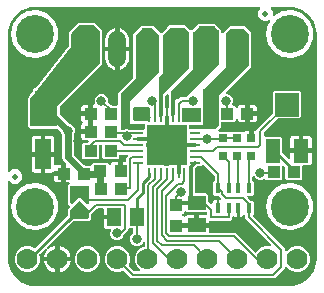
<source format=gbr>
G04 EAGLE Gerber RS-274X export*
G75*
%MOMM*%
%FSLAX34Y34*%
%LPD*%
%INTop Copper*%
%IPPOS*%
%AMOC8*
5,1,8,0,0,1.08239X$1,22.5*%
G01*
%ADD10R,1.075000X1.000000*%
%ADD11R,1.300000X2.000000*%
%ADD12R,2.000000X2.000000*%
%ADD13C,0.500000*%
%ADD14C,3.216000*%
%ADD15R,1.500000X1.240000*%
%ADD16C,1.778000*%
%ADD17C,1.508000*%
%ADD18R,1.000000X1.075000*%
%ADD19R,1.400000X2.600000*%
%ADD20R,0.800000X0.800000*%
%ADD21R,0.450000X0.900000*%
%ADD22R,0.850000X0.270000*%
%ADD23R,0.270000X0.850000*%
%ADD24R,3.350000X3.350000*%
%ADD25R,1.240000X1.500000*%
%ADD26C,0.381000*%
%ADD27C,0.203200*%
%ADD28C,0.304800*%
%ADD29C,0.800100*%
%ADD30C,0.177800*%
%ADD31C,0.254000*%
%ADD32C,1.016000*%
%ADD33C,0.906400*%
%ADD34C,0.609600*%

G36*
X241344Y2547D02*
X241344Y2547D01*
X241380Y2544D01*
X244797Y2813D01*
X244955Y2848D01*
X245031Y2859D01*
X251531Y4971D01*
X251786Y5096D01*
X251800Y5109D01*
X251814Y5115D01*
X257343Y9133D01*
X257547Y9330D01*
X257556Y9346D01*
X257567Y9357D01*
X261585Y14886D01*
X261718Y15137D01*
X261722Y15156D01*
X261729Y15169D01*
X263841Y21669D01*
X263869Y21829D01*
X263887Y21903D01*
X264156Y25320D01*
X264153Y25365D01*
X264159Y25400D01*
X264159Y215900D01*
X264153Y215944D01*
X264156Y215980D01*
X263887Y219397D01*
X263852Y219555D01*
X263841Y219631D01*
X261729Y226131D01*
X261604Y226386D01*
X261591Y226400D01*
X261585Y226414D01*
X257567Y231943D01*
X257370Y232147D01*
X257354Y232156D01*
X257343Y232167D01*
X251814Y236185D01*
X251563Y236318D01*
X251544Y236322D01*
X251531Y236329D01*
X245031Y238441D01*
X244871Y238469D01*
X244797Y238487D01*
X241380Y238756D01*
X241335Y238753D01*
X241300Y238759D01*
X226177Y238759D01*
X226152Y238756D01*
X226126Y238758D01*
X226011Y238736D01*
X225896Y238719D01*
X225872Y238709D01*
X225847Y238704D01*
X225743Y238651D01*
X225636Y238603D01*
X225617Y238586D01*
X225593Y238575D01*
X225508Y238495D01*
X225419Y238420D01*
X225405Y238398D01*
X225386Y238380D01*
X225326Y238280D01*
X225262Y238183D01*
X225254Y238158D01*
X225241Y238136D01*
X225211Y238023D01*
X225176Y237912D01*
X225175Y237886D01*
X225169Y237861D01*
X225172Y237744D01*
X225169Y237628D01*
X225175Y237603D01*
X225176Y237576D01*
X225201Y237503D01*
X225241Y237353D01*
X225270Y237302D01*
X225285Y237259D01*
X226768Y234531D01*
X226750Y233826D01*
X226751Y233817D01*
X226726Y232888D01*
X226726Y232875D01*
X226726Y232873D01*
X226726Y232872D01*
X226704Y232002D01*
X226710Y231951D01*
X226706Y231899D01*
X226710Y231879D01*
X226710Y231871D01*
X226724Y231819D01*
X226726Y231810D01*
X226736Y231720D01*
X226756Y231672D01*
X226767Y231621D01*
X226811Y231541D01*
X226846Y231458D01*
X226878Y231417D01*
X226903Y231371D01*
X226967Y231307D01*
X227024Y231236D01*
X227066Y231206D01*
X227103Y231169D01*
X227182Y231125D01*
X227256Y231072D01*
X227305Y231055D01*
X227351Y231030D01*
X227439Y231009D01*
X227525Y230980D01*
X227577Y230977D01*
X227628Y230965D01*
X227718Y230970D01*
X227809Y230965D01*
X227860Y230977D01*
X227912Y230980D01*
X227980Y231005D01*
X227993Y231008D01*
X228019Y231012D01*
X228030Y231017D01*
X228086Y231030D01*
X228165Y231074D01*
X228226Y231097D01*
X235077Y235052D01*
X243405Y235928D01*
X251369Y233340D01*
X257592Y227737D01*
X260998Y220087D01*
X260998Y211713D01*
X257592Y204063D01*
X251369Y198460D01*
X243405Y195872D01*
X235077Y196748D01*
X227825Y200934D01*
X222903Y207709D01*
X221162Y215900D01*
X222903Y224091D01*
X224325Y226048D01*
X224353Y226100D01*
X224389Y226147D01*
X224419Y226225D01*
X224458Y226299D01*
X224470Y226357D01*
X224492Y226412D01*
X224499Y226495D01*
X224517Y226577D01*
X224512Y226636D01*
X224518Y226695D01*
X224502Y226778D01*
X224496Y226861D01*
X224475Y226916D01*
X224464Y226974D01*
X224426Y227049D01*
X224397Y227127D01*
X224362Y227175D01*
X224335Y227228D01*
X224278Y227289D01*
X224228Y227356D01*
X224181Y227392D01*
X224141Y227435D01*
X224069Y227478D01*
X224002Y227529D01*
X223947Y227551D01*
X223897Y227581D01*
X223816Y227602D01*
X223738Y227633D01*
X223679Y227638D01*
X223622Y227653D01*
X223538Y227651D01*
X223454Y227659D01*
X223396Y227648D01*
X223337Y227646D01*
X223272Y227624D01*
X223175Y227606D01*
X223086Y227560D01*
X223020Y227537D01*
X222266Y227129D01*
X220722Y227171D01*
X220707Y227169D01*
X220695Y227171D01*
X219118Y227171D01*
X216333Y228779D01*
X214725Y231564D01*
X214725Y234780D01*
X216144Y237236D01*
X216158Y237273D01*
X216180Y237305D01*
X216211Y237404D01*
X216250Y237500D01*
X216254Y237539D01*
X216266Y237576D01*
X216268Y237680D01*
X216279Y237783D01*
X216272Y237821D01*
X216273Y237860D01*
X216247Y237961D01*
X216228Y238063D01*
X216211Y238098D01*
X216201Y238135D01*
X216148Y238224D01*
X216102Y238317D01*
X216076Y238346D01*
X216056Y238380D01*
X215980Y238451D01*
X215910Y238527D01*
X215877Y238548D01*
X215849Y238574D01*
X215756Y238622D01*
X215668Y238676D01*
X215630Y238686D01*
X215595Y238704D01*
X215519Y238717D01*
X215394Y238751D01*
X215319Y238750D01*
X215264Y238759D01*
X25400Y238759D01*
X25356Y238753D01*
X25320Y238756D01*
X21903Y238487D01*
X21745Y238452D01*
X21669Y238441D01*
X15169Y236329D01*
X14914Y236204D01*
X14900Y236191D01*
X14886Y236185D01*
X9357Y232167D01*
X9153Y231970D01*
X9144Y231954D01*
X9133Y231943D01*
X5115Y226414D01*
X4982Y226163D01*
X4978Y226144D01*
X4971Y226131D01*
X2859Y219631D01*
X2831Y219471D01*
X2813Y219397D01*
X2544Y215980D01*
X2547Y215935D01*
X2541Y215900D01*
X2541Y100043D01*
X2543Y100024D01*
X2541Y100004D01*
X2563Y99883D01*
X2581Y99762D01*
X2589Y99744D01*
X2592Y99724D01*
X2646Y99615D01*
X2697Y99502D01*
X2709Y99487D01*
X2718Y99470D01*
X2801Y99379D01*
X2880Y99285D01*
X2897Y99274D01*
X2910Y99260D01*
X3015Y99196D01*
X3117Y99128D01*
X3136Y99122D01*
X3152Y99111D01*
X3271Y99079D01*
X3388Y99042D01*
X3408Y99041D01*
X3427Y99036D01*
X3549Y99038D01*
X3672Y99035D01*
X3691Y99039D01*
X3711Y99040D01*
X3829Y99075D01*
X3947Y99106D01*
X3964Y99116D01*
X3983Y99122D01*
X4087Y99189D01*
X4192Y99252D01*
X4205Y99266D01*
X4222Y99277D01*
X4269Y99333D01*
X4386Y99459D01*
X4410Y99504D01*
X4435Y99536D01*
X4497Y99643D01*
X7282Y101251D01*
X7985Y101251D01*
X8059Y101261D01*
X8134Y101262D01*
X8161Y101270D01*
X8893Y101251D01*
X8907Y101253D01*
X8919Y101251D01*
X9643Y101251D01*
X9751Y101242D01*
X9827Y101227D01*
X10563Y101208D01*
X13364Y99494D01*
X14932Y96609D01*
X14914Y95904D01*
X14915Y95895D01*
X14890Y94966D01*
X14890Y94960D01*
X14890Y94958D01*
X14890Y94957D01*
X14866Y94038D01*
X14865Y94030D01*
X14848Y93392D01*
X13200Y90708D01*
X10430Y89207D01*
X8886Y89249D01*
X8871Y89247D01*
X8859Y89249D01*
X7282Y89249D01*
X4497Y90857D01*
X4435Y90964D01*
X4423Y90980D01*
X4415Y90998D01*
X4336Y91092D01*
X4260Y91188D01*
X4244Y91200D01*
X4231Y91215D01*
X4129Y91283D01*
X4030Y91355D01*
X4011Y91362D01*
X3995Y91372D01*
X3877Y91410D01*
X3762Y91451D01*
X3743Y91452D01*
X3724Y91458D01*
X3601Y91461D01*
X3478Y91469D01*
X3459Y91465D01*
X3440Y91465D01*
X3321Y91434D01*
X3201Y91408D01*
X3184Y91399D01*
X3165Y91394D01*
X3059Y91331D01*
X2951Y91272D01*
X2937Y91258D01*
X2920Y91248D01*
X2836Y91159D01*
X2749Y91073D01*
X2739Y91055D01*
X2726Y91041D01*
X2670Y90931D01*
X2610Y90825D01*
X2605Y90805D01*
X2596Y90788D01*
X2584Y90715D01*
X2545Y90548D01*
X2547Y90497D01*
X2541Y90457D01*
X2541Y25400D01*
X2547Y25356D01*
X2544Y25320D01*
X2813Y21903D01*
X2848Y21745D01*
X2859Y21669D01*
X4971Y15169D01*
X5096Y14914D01*
X5109Y14900D01*
X5115Y14886D01*
X9133Y9357D01*
X9330Y9153D01*
X9346Y9144D01*
X9357Y9133D01*
X14886Y5115D01*
X15137Y4982D01*
X15156Y4978D01*
X15169Y4971D01*
X21669Y2859D01*
X21829Y2831D01*
X21903Y2813D01*
X25320Y2544D01*
X25365Y2547D01*
X25400Y2541D01*
X241300Y2541D01*
X241344Y2547D01*
G37*
%LPC*%
G36*
X107322Y9016D02*
X107322Y9016D01*
X100846Y15492D01*
X100845Y15493D01*
X100844Y15494D01*
X100736Y15575D01*
X100619Y15663D01*
X100618Y15663D01*
X100617Y15664D01*
X100485Y15714D01*
X100354Y15764D01*
X100352Y15764D01*
X100351Y15765D01*
X100206Y15776D01*
X100070Y15788D01*
X100069Y15787D01*
X100067Y15788D01*
X100052Y15784D01*
X99792Y15732D01*
X99764Y15718D01*
X99740Y15712D01*
X97372Y14731D01*
X93128Y14731D01*
X89207Y16356D01*
X86206Y19357D01*
X84581Y23278D01*
X84581Y27522D01*
X86206Y31443D01*
X89207Y34444D01*
X93128Y36069D01*
X97372Y36069D01*
X101293Y34444D01*
X104294Y31443D01*
X105919Y27522D01*
X105919Y23278D01*
X104938Y20910D01*
X104938Y20908D01*
X104937Y20907D01*
X104901Y20766D01*
X104867Y20635D01*
X104867Y20633D01*
X104867Y20632D01*
X104871Y20482D01*
X104875Y20350D01*
X104876Y20349D01*
X104876Y20347D01*
X104919Y20215D01*
X104962Y20080D01*
X104963Y20078D01*
X104963Y20077D01*
X104972Y20065D01*
X105120Y19844D01*
X105144Y19824D01*
X105158Y19804D01*
X109550Y15411D01*
X109620Y15359D01*
X109684Y15299D01*
X109734Y15273D01*
X109778Y15240D01*
X109859Y15209D01*
X109937Y15169D01*
X109985Y15161D01*
X110043Y15139D01*
X110191Y15127D01*
X110268Y15114D01*
X113397Y15114D01*
X113426Y15118D01*
X113456Y15115D01*
X113567Y15138D01*
X113679Y15154D01*
X113706Y15166D01*
X113734Y15171D01*
X113835Y15224D01*
X113938Y15270D01*
X113961Y15289D01*
X113987Y15302D01*
X114069Y15380D01*
X114155Y15453D01*
X114172Y15478D01*
X114193Y15498D01*
X114250Y15596D01*
X114313Y15690D01*
X114322Y15718D01*
X114337Y15743D01*
X114364Y15853D01*
X114399Y15961D01*
X114399Y15991D01*
X114407Y16019D01*
X114403Y16132D01*
X114406Y16245D01*
X114399Y16274D01*
X114398Y16303D01*
X114363Y16411D01*
X114334Y16520D01*
X114319Y16546D01*
X114310Y16574D01*
X114265Y16637D01*
X114189Y16765D01*
X114143Y16808D01*
X114115Y16847D01*
X111605Y19357D01*
X109981Y23278D01*
X109981Y27522D01*
X111606Y31443D01*
X114607Y34444D01*
X117994Y35847D01*
X117995Y35848D01*
X117996Y35849D01*
X118114Y35918D01*
X118238Y35992D01*
X118239Y35993D01*
X118241Y35994D01*
X118338Y36098D01*
X118434Y36199D01*
X118434Y36200D01*
X118435Y36201D01*
X118500Y36327D01*
X118564Y36451D01*
X118564Y36453D01*
X118565Y36454D01*
X118567Y36469D01*
X118619Y36730D01*
X118616Y36761D01*
X118620Y36785D01*
X118620Y38901D01*
X118608Y38986D01*
X118606Y39072D01*
X118588Y39127D01*
X118580Y39183D01*
X118545Y39261D01*
X118519Y39343D01*
X118487Y39390D01*
X118464Y39442D01*
X118409Y39508D01*
X118361Y39579D01*
X118317Y39616D01*
X118281Y39659D01*
X118209Y39707D01*
X118143Y39762D01*
X118091Y39785D01*
X118044Y39817D01*
X117962Y39843D01*
X117883Y39878D01*
X117827Y39885D01*
X117773Y39903D01*
X117687Y39905D01*
X117602Y39917D01*
X117545Y39908D01*
X117489Y39910D01*
X117405Y39888D01*
X117320Y39876D01*
X117269Y39852D01*
X117214Y39838D01*
X117140Y39794D01*
X117061Y39759D01*
X117018Y39722D01*
X116969Y39693D01*
X116910Y39630D01*
X116845Y39574D01*
X116819Y39533D01*
X116775Y39486D01*
X116709Y39356D01*
X116667Y39290D01*
X116659Y39271D01*
X115034Y37646D01*
X112910Y36766D01*
X110610Y36766D01*
X108486Y37646D01*
X106861Y39271D01*
X105981Y41395D01*
X105981Y43695D01*
X106861Y45819D01*
X108414Y47372D01*
X108466Y47442D01*
X108526Y47506D01*
X108552Y47555D01*
X108585Y47599D01*
X108616Y47681D01*
X108656Y47759D01*
X108664Y47806D01*
X108686Y47865D01*
X108698Y48013D01*
X108711Y48090D01*
X108711Y50666D01*
X108703Y50724D01*
X108705Y50782D01*
X108683Y50864D01*
X108671Y50948D01*
X108648Y51001D01*
X108633Y51057D01*
X108590Y51130D01*
X108555Y51207D01*
X108517Y51252D01*
X108488Y51302D01*
X108426Y51360D01*
X108372Y51424D01*
X108323Y51456D01*
X108280Y51496D01*
X108205Y51535D01*
X108135Y51582D01*
X108079Y51599D01*
X108027Y51626D01*
X107959Y51637D01*
X107864Y51667D01*
X107764Y51670D01*
X107696Y51681D01*
X105793Y51681D01*
X105735Y51673D01*
X105677Y51675D01*
X105595Y51653D01*
X105511Y51641D01*
X105458Y51618D01*
X105402Y51603D01*
X105329Y51560D01*
X105252Y51525D01*
X105207Y51487D01*
X105157Y51458D01*
X105099Y51396D01*
X105035Y51342D01*
X105003Y51293D01*
X104963Y51250D01*
X104924Y51175D01*
X104877Y51105D01*
X104860Y51049D01*
X104833Y50997D01*
X104822Y50929D01*
X104792Y50834D01*
X104789Y50734D01*
X104778Y50666D01*
X104778Y49582D01*
X100502Y45307D01*
X100484Y45282D01*
X100460Y45262D01*
X100418Y45195D01*
X100331Y45079D01*
X100308Y45019D01*
X100282Y44977D01*
X99874Y43992D01*
X98248Y42366D01*
X96124Y41486D01*
X93825Y41486D01*
X91701Y42366D01*
X90075Y43992D01*
X89195Y46116D01*
X89195Y48415D01*
X89651Y49515D01*
X89680Y49627D01*
X89714Y49736D01*
X89715Y49764D01*
X89722Y49791D01*
X89719Y49905D01*
X89722Y50020D01*
X89715Y50047D01*
X89714Y50075D01*
X89679Y50184D01*
X89650Y50295D01*
X89636Y50319D01*
X89627Y50346D01*
X89563Y50441D01*
X89505Y50540D01*
X89484Y50559D01*
X89469Y50582D01*
X89381Y50656D01*
X89297Y50734D01*
X89272Y50747D01*
X89251Y50765D01*
X89146Y50811D01*
X89044Y50864D01*
X89020Y50868D01*
X88992Y50880D01*
X88728Y50917D01*
X88713Y50919D01*
X86201Y50919D01*
X85554Y51092D01*
X84975Y51427D01*
X84502Y51900D01*
X84167Y52479D01*
X83994Y53126D01*
X83994Y58929D01*
X91719Y58929D01*
X91777Y58937D01*
X91835Y58935D01*
X91917Y58957D01*
X92000Y58969D01*
X92054Y58993D01*
X92110Y59007D01*
X92183Y59050D01*
X92260Y59085D01*
X92304Y59123D01*
X92355Y59153D01*
X92412Y59214D01*
X92477Y59269D01*
X92509Y59317D01*
X92549Y59360D01*
X92588Y59435D01*
X92634Y59505D01*
X92652Y59561D01*
X92679Y59613D01*
X92690Y59681D01*
X92720Y59776D01*
X92723Y59876D01*
X92734Y59944D01*
X92734Y61976D01*
X92726Y62034D01*
X92727Y62092D01*
X92706Y62174D01*
X92694Y62257D01*
X92670Y62311D01*
X92656Y62367D01*
X92613Y62440D01*
X92578Y62517D01*
X92540Y62561D01*
X92510Y62612D01*
X92449Y62669D01*
X92394Y62734D01*
X92346Y62766D01*
X92303Y62806D01*
X92228Y62845D01*
X92158Y62891D01*
X92102Y62909D01*
X92050Y62936D01*
X91982Y62947D01*
X91887Y62977D01*
X91787Y62980D01*
X91719Y62991D01*
X83994Y62991D01*
X83994Y67190D01*
X83986Y67248D01*
X83988Y67306D01*
X83966Y67388D01*
X83954Y67472D01*
X83931Y67525D01*
X83916Y67581D01*
X83873Y67654D01*
X83838Y67731D01*
X83800Y67776D01*
X83771Y67826D01*
X83709Y67884D01*
X83655Y67948D01*
X83606Y67980D01*
X83563Y68020D01*
X83488Y68059D01*
X83418Y68106D01*
X83362Y68123D01*
X83310Y68150D01*
X83242Y68161D01*
X83147Y68191D01*
X83047Y68194D01*
X82979Y68205D01*
X78806Y68205D01*
X78719Y68193D01*
X78632Y68190D01*
X78579Y68173D01*
X78525Y68165D01*
X78445Y68130D01*
X78362Y68103D01*
X78322Y68075D01*
X78265Y68049D01*
X78152Y67953D01*
X78088Y67908D01*
X73458Y63278D01*
X73406Y63208D01*
X73346Y63144D01*
X73320Y63095D01*
X73287Y63051D01*
X73256Y62969D01*
X73216Y62891D01*
X73208Y62843D01*
X73186Y62785D01*
X73174Y62637D01*
X73161Y62560D01*
X73161Y59572D01*
X71524Y57935D01*
X71185Y57935D01*
X71099Y57923D01*
X71011Y57920D01*
X70984Y57911D01*
X58384Y57911D01*
X58298Y57899D01*
X58210Y57896D01*
X58157Y57879D01*
X58103Y57871D01*
X58023Y57836D01*
X57940Y57809D01*
X57900Y57781D01*
X57843Y57755D01*
X57730Y57659D01*
X57666Y57614D01*
X35768Y35716D01*
X35760Y35705D01*
X35759Y35704D01*
X35755Y35698D01*
X35730Y35666D01*
X35685Y35622D01*
X35645Y35552D01*
X35597Y35489D01*
X35575Y35430D01*
X35544Y35375D01*
X35525Y35298D01*
X35496Y35223D01*
X35491Y35160D01*
X35476Y35099D01*
X35479Y35019D01*
X35473Y34940D01*
X35485Y34878D01*
X35488Y34815D01*
X35513Y34739D01*
X35528Y34661D01*
X35558Y34605D01*
X35577Y34545D01*
X35623Y34480D01*
X35659Y34409D01*
X35703Y34363D01*
X35739Y34311D01*
X35800Y34260D01*
X35855Y34203D01*
X35910Y34171D01*
X35958Y34131D01*
X36032Y34099D01*
X36101Y34059D01*
X36162Y34043D01*
X36220Y34018D01*
X36299Y34008D01*
X36376Y33989D01*
X36439Y33991D01*
X36502Y33983D01*
X36580Y33995D01*
X36660Y33998D01*
X36720Y34017D01*
X36782Y34027D01*
X36842Y34056D01*
X36931Y34085D01*
X37003Y34137D01*
X37063Y34167D01*
X37069Y34170D01*
X37070Y34170D01*
X37083Y34177D01*
X38459Y35176D01*
X40062Y35993D01*
X41773Y36549D01*
X42419Y36652D01*
X42419Y27431D01*
X33198Y27431D01*
X33301Y28077D01*
X33857Y29788D01*
X34674Y31391D01*
X35673Y32767D01*
X35703Y32823D01*
X35741Y32873D01*
X35769Y32948D01*
X35807Y33018D01*
X35820Y33080D01*
X35842Y33139D01*
X35849Y33218D01*
X35865Y33296D01*
X35860Y33359D01*
X35866Y33422D01*
X35850Y33500D01*
X35844Y33580D01*
X35822Y33639D01*
X35810Y33701D01*
X35773Y33772D01*
X35745Y33847D01*
X35708Y33897D01*
X35679Y33953D01*
X35624Y34011D01*
X35576Y34075D01*
X35526Y34114D01*
X35483Y34159D01*
X35414Y34200D01*
X35351Y34248D01*
X35292Y34271D01*
X35238Y34303D01*
X35160Y34323D01*
X35086Y34352D01*
X35023Y34358D01*
X34962Y34373D01*
X34882Y34371D01*
X34803Y34378D01*
X34741Y34366D01*
X34678Y34364D01*
X34602Y34340D01*
X34524Y34325D01*
X34467Y34296D01*
X34407Y34277D01*
X34354Y34238D01*
X34270Y34196D01*
X34207Y34133D01*
X34134Y34082D01*
X29570Y29518D01*
X29569Y29517D01*
X29568Y29516D01*
X29480Y29397D01*
X29399Y29291D01*
X29399Y29289D01*
X29398Y29288D01*
X29346Y29150D01*
X29298Y29025D01*
X29298Y29024D01*
X29298Y29022D01*
X29286Y28882D01*
X29275Y28742D01*
X29275Y28740D01*
X29275Y28739D01*
X29278Y28724D01*
X29331Y28463D01*
X29345Y28436D01*
X29350Y28412D01*
X29719Y27522D01*
X29719Y23278D01*
X28094Y19357D01*
X25093Y16356D01*
X21172Y14731D01*
X16928Y14731D01*
X13007Y16356D01*
X10006Y19357D01*
X8381Y23278D01*
X8381Y27522D01*
X10006Y31443D01*
X13007Y34444D01*
X16928Y36069D01*
X21172Y36069D01*
X24510Y34686D01*
X24512Y34686D01*
X24513Y34685D01*
X24648Y34651D01*
X24786Y34615D01*
X24787Y34615D01*
X24789Y34615D01*
X24930Y34619D01*
X25070Y34623D01*
X25071Y34624D01*
X25073Y34624D01*
X25206Y34667D01*
X25341Y34710D01*
X25342Y34711D01*
X25344Y34711D01*
X25356Y34720D01*
X25577Y34868D01*
X25597Y34892D01*
X25617Y34906D01*
X53542Y62831D01*
X53594Y62901D01*
X53654Y62965D01*
X53680Y63014D01*
X53713Y63058D01*
X53744Y63140D01*
X53784Y63218D01*
X53792Y63265D01*
X53814Y63324D01*
X53826Y63472D01*
X53839Y63549D01*
X53839Y65451D01*
X53830Y65518D01*
X53830Y65587D01*
X53810Y65659D01*
X53799Y65732D01*
X53792Y65748D01*
X53839Y66979D01*
X53836Y67000D01*
X53839Y67017D01*
X53839Y68165D01*
X54681Y68945D01*
X54694Y68962D01*
X54708Y68972D01*
X54931Y69194D01*
X54960Y69233D01*
X54996Y69266D01*
X55045Y69346D01*
X55101Y69421D01*
X55119Y69467D01*
X55144Y69508D01*
X55169Y69599D01*
X55203Y69687D01*
X55207Y69735D01*
X55220Y69783D01*
X55218Y69877D01*
X55226Y69970D01*
X55217Y70018D01*
X55216Y70067D01*
X55189Y70157D01*
X55170Y70249D01*
X55148Y70292D01*
X55134Y70339D01*
X55092Y70400D01*
X55039Y70501D01*
X54979Y70564D01*
X54944Y70616D01*
X54646Y70925D01*
X54638Y70932D01*
X54633Y70939D01*
X53817Y71754D01*
X53839Y72907D01*
X53838Y72917D01*
X53839Y72926D01*
X53839Y87748D01*
X54608Y88516D01*
X54625Y88540D01*
X54648Y88559D01*
X54711Y88653D01*
X54779Y88743D01*
X54789Y88771D01*
X54805Y88795D01*
X54840Y88903D01*
X54880Y89009D01*
X54882Y89038D01*
X54891Y89066D01*
X54894Y89180D01*
X54903Y89292D01*
X54898Y89321D01*
X54898Y89350D01*
X54870Y89460D01*
X54848Y89571D01*
X54834Y89597D01*
X54827Y89625D01*
X54769Y89723D01*
X54717Y89823D01*
X54696Y89845D01*
X54681Y89870D01*
X54599Y89947D01*
X54521Y90029D01*
X54496Y90044D01*
X54474Y90064D01*
X54373Y90116D01*
X54276Y90173D01*
X54247Y90180D01*
X54221Y90194D01*
X54144Y90207D01*
X54000Y90243D01*
X53938Y90241D01*
X53890Y90249D01*
X51951Y90249D01*
X51951Y96774D01*
X51943Y96832D01*
X51944Y96890D01*
X51923Y96972D01*
X51911Y97055D01*
X51887Y97109D01*
X51873Y97165D01*
X51830Y97238D01*
X51795Y97315D01*
X51757Y97359D01*
X51727Y97410D01*
X51666Y97467D01*
X51611Y97532D01*
X51563Y97564D01*
X51520Y97604D01*
X51445Y97643D01*
X51375Y97689D01*
X51319Y97707D01*
X51267Y97734D01*
X51199Y97745D01*
X51104Y97775D01*
X51004Y97778D01*
X50936Y97789D01*
X49919Y97789D01*
X49919Y97791D01*
X50936Y97791D01*
X50994Y97799D01*
X51052Y97798D01*
X51134Y97819D01*
X51217Y97831D01*
X51271Y97855D01*
X51327Y97869D01*
X51400Y97912D01*
X51477Y97947D01*
X51521Y97985D01*
X51572Y98015D01*
X51629Y98076D01*
X51694Y98131D01*
X51726Y98179D01*
X51766Y98222D01*
X51805Y98297D01*
X51851Y98367D01*
X51869Y98423D01*
X51896Y98475D01*
X51907Y98543D01*
X51937Y98638D01*
X51940Y98738D01*
X51951Y98806D01*
X51951Y105543D01*
X51939Y105630D01*
X51936Y105717D01*
X51919Y105770D01*
X51911Y105825D01*
X51876Y105904D01*
X51849Y105988D01*
X51821Y106027D01*
X51795Y106084D01*
X51699Y106197D01*
X51654Y106261D01*
X49033Y108882D01*
X48259Y110749D01*
X48259Y131127D01*
X48255Y131158D01*
X48257Y131189D01*
X48240Y131265D01*
X48219Y131409D01*
X48193Y131467D01*
X48182Y131516D01*
X47819Y132391D01*
X47804Y132418D01*
X47794Y132447D01*
X47749Y132511D01*
X47675Y132636D01*
X47628Y132680D01*
X47599Y132720D01*
X44855Y135465D01*
X44785Y135517D01*
X44721Y135577D01*
X44672Y135603D01*
X44628Y135636D01*
X44546Y135667D01*
X44468Y135707D01*
X44420Y135715D01*
X44362Y135737D01*
X44214Y135749D01*
X44137Y135762D01*
X21492Y135762D01*
X19557Y137697D01*
X19557Y160412D01*
X19548Y160476D01*
X19551Y160526D01*
X19421Y161676D01*
X19423Y161681D01*
X19480Y161777D01*
X19488Y161807D01*
X19502Y161834D01*
X19515Y161912D01*
X19539Y162004D01*
X20353Y162818D01*
X20392Y162870D01*
X20429Y162904D01*
X23385Y166612D01*
X23400Y166639D01*
X23421Y166661D01*
X23472Y166761D01*
X23529Y166857D01*
X23537Y166887D01*
X23551Y166914D01*
X23564Y166991D01*
X23600Y167132D01*
X23598Y167197D01*
X23606Y167245D01*
X23606Y168857D01*
X24648Y169899D01*
X25516Y169899D01*
X25517Y169899D01*
X25519Y169899D01*
X25659Y169919D01*
X25797Y169939D01*
X25799Y169939D01*
X25801Y169940D01*
X25929Y169998D01*
X26056Y170055D01*
X26058Y170056D01*
X26060Y170057D01*
X26073Y170069D01*
X26273Y170238D01*
X26291Y170264D01*
X26309Y170281D01*
X54261Y205348D01*
X54276Y205374D01*
X54297Y205396D01*
X54348Y205496D01*
X54405Y205592D01*
X54413Y205622D01*
X54427Y205649D01*
X54440Y205727D01*
X54476Y205868D01*
X54474Y205932D01*
X54482Y205980D01*
X54482Y217268D01*
X62767Y225553D01*
X75663Y225553D01*
X77895Y223321D01*
X80446Y220770D01*
X82678Y218538D01*
X82678Y190402D01*
X46780Y154504D01*
X46771Y154492D01*
X46767Y154488D01*
X46754Y154470D01*
X46728Y154435D01*
X46668Y154371D01*
X46642Y154321D01*
X46609Y154277D01*
X46578Y154195D01*
X46538Y154117D01*
X46530Y154070D01*
X46508Y154011D01*
X46496Y153864D01*
X46483Y153786D01*
X46483Y148628D01*
X46495Y148541D01*
X46498Y148454D01*
X46515Y148401D01*
X46523Y148347D01*
X46558Y148267D01*
X46585Y148184D01*
X46613Y148144D01*
X46639Y148087D01*
X46735Y147974D01*
X46780Y147910D01*
X54785Y139906D01*
X54809Y139887D01*
X54829Y139864D01*
X54896Y139822D01*
X54915Y139808D01*
X54940Y139784D01*
X54959Y139775D01*
X55012Y139735D01*
X55072Y139712D01*
X55114Y139686D01*
X56614Y139064D01*
X58239Y137439D01*
X59119Y135315D01*
X59119Y133015D01*
X58498Y131516D01*
X58490Y131486D01*
X58476Y131458D01*
X58463Y131381D01*
X58427Y131240D01*
X58429Y131176D01*
X58421Y131127D01*
X58421Y114285D01*
X58433Y114198D01*
X58436Y114111D01*
X58453Y114058D01*
X58461Y114004D01*
X58496Y113924D01*
X58523Y113841D01*
X58551Y113801D01*
X58577Y113744D01*
X58673Y113631D01*
X58718Y113567D01*
X67419Y104866D01*
X67489Y104814D01*
X67553Y104754D01*
X67602Y104728D01*
X67646Y104695D01*
X67728Y104664D01*
X67806Y104624D01*
X67854Y104616D01*
X67912Y104594D01*
X68060Y104582D01*
X68137Y104569D01*
X72866Y104569D01*
X72924Y104577D01*
X72982Y104575D01*
X73064Y104597D01*
X73148Y104609D01*
X73201Y104632D01*
X73257Y104647D01*
X73330Y104690D01*
X73407Y104725D01*
X73452Y104763D01*
X73502Y104792D01*
X73560Y104854D01*
X73624Y104908D01*
X73656Y104957D01*
X73696Y105000D01*
X73735Y105075D01*
X73782Y105145D01*
X73799Y105201D01*
X73826Y105253D01*
X73837Y105321D01*
X73867Y105416D01*
X73870Y105516D01*
X73881Y105584D01*
X73881Y106067D01*
X74923Y107109D01*
X87147Y107109D01*
X88205Y106050D01*
X88210Y106021D01*
X88229Y105890D01*
X88233Y105881D01*
X88234Y105871D01*
X88291Y105751D01*
X88345Y105630D01*
X88351Y105623D01*
X88355Y105614D01*
X88443Y105514D01*
X88528Y105413D01*
X88537Y105408D01*
X88543Y105400D01*
X88654Y105329D01*
X88765Y105256D01*
X88775Y105253D01*
X88783Y105247D01*
X88909Y105210D01*
X89036Y105170D01*
X89046Y105170D01*
X89055Y105167D01*
X89188Y105166D01*
X89320Y105163D01*
X89330Y105165D01*
X89340Y105165D01*
X89468Y105201D01*
X89595Y105234D01*
X89604Y105239D01*
X89613Y105242D01*
X89727Y105312D01*
X89840Y105380D01*
X89847Y105387D01*
X89855Y105392D01*
X89944Y105490D01*
X90034Y105587D01*
X90039Y105596D01*
X90045Y105603D01*
X90069Y105655D01*
X90164Y105840D01*
X90170Y105876D01*
X90185Y105908D01*
X90292Y106311D01*
X90627Y106890D01*
X91100Y107363D01*
X91679Y107698D01*
X92326Y107871D01*
X96004Y107871D01*
X96004Y101346D01*
X96012Y101288D01*
X96010Y101230D01*
X96032Y101148D01*
X96044Y101065D01*
X96068Y101011D01*
X96082Y100955D01*
X96125Y100882D01*
X96160Y100805D01*
X96198Y100761D01*
X96228Y100710D01*
X96289Y100653D01*
X96344Y100588D01*
X96392Y100556D01*
X96435Y100516D01*
X96510Y100477D01*
X96580Y100431D01*
X96636Y100413D01*
X96688Y100386D01*
X96756Y100375D01*
X96851Y100345D01*
X96951Y100342D01*
X97019Y100331D01*
X99051Y100331D01*
X99109Y100339D01*
X99167Y100338D01*
X99249Y100359D01*
X99332Y100371D01*
X99386Y100395D01*
X99442Y100409D01*
X99515Y100452D01*
X99592Y100487D01*
X99636Y100525D01*
X99687Y100555D01*
X99744Y100616D01*
X99809Y100671D01*
X99841Y100719D01*
X99881Y100762D01*
X99920Y100837D01*
X99966Y100907D01*
X99984Y100963D01*
X100011Y101015D01*
X100022Y101083D01*
X100052Y101178D01*
X100055Y101278D01*
X100066Y101346D01*
X100066Y107871D01*
X102013Y107871D01*
X102071Y107879D01*
X102129Y107877D01*
X102211Y107899D01*
X102295Y107911D01*
X102348Y107934D01*
X102404Y107949D01*
X102477Y107992D01*
X102554Y108027D01*
X102599Y108065D01*
X102649Y108094D01*
X102707Y108156D01*
X102771Y108210D01*
X102803Y108259D01*
X102843Y108302D01*
X102882Y108377D01*
X102929Y108447D01*
X102946Y108503D01*
X102973Y108555D01*
X102984Y108623D01*
X103014Y108718D01*
X103017Y108818D01*
X103028Y108886D01*
X103028Y111150D01*
X104017Y112138D01*
X104034Y112162D01*
X104057Y112181D01*
X104119Y112275D01*
X104187Y112365D01*
X104198Y112393D01*
X104214Y112417D01*
X104248Y112525D01*
X104289Y112631D01*
X104291Y112660D01*
X104300Y112688D01*
X104303Y112802D01*
X104312Y112914D01*
X104307Y112943D01*
X104307Y112972D01*
X104279Y113082D01*
X104256Y113193D01*
X104243Y113219D01*
X104235Y113247D01*
X104178Y113345D01*
X104125Y113445D01*
X104105Y113467D01*
X104090Y113492D01*
X104008Y113569D01*
X103930Y113651D01*
X103904Y113666D01*
X103883Y113686D01*
X103782Y113738D01*
X103684Y113795D01*
X103656Y113802D01*
X103630Y113816D01*
X103552Y113829D01*
X103409Y113865D01*
X103346Y113863D01*
X103299Y113871D01*
X97949Y113871D01*
X97891Y113863D01*
X97833Y113865D01*
X97751Y113843D01*
X97667Y113831D01*
X97614Y113808D01*
X97558Y113793D01*
X97485Y113750D01*
X97408Y113715D01*
X97363Y113677D01*
X97313Y113648D01*
X97255Y113586D01*
X97191Y113532D01*
X97159Y113483D01*
X97119Y113440D01*
X97080Y113365D01*
X97033Y113295D01*
X97016Y113239D01*
X96989Y113187D01*
X96978Y113119D01*
X96948Y113024D01*
X96945Y112924D01*
X96934Y112856D01*
X96934Y111103D01*
X95892Y110061D01*
X83668Y110061D01*
X82626Y111103D01*
X82626Y121031D01*
X82618Y121089D01*
X82620Y121147D01*
X82598Y121229D01*
X82586Y121313D01*
X82563Y121366D01*
X82548Y121422D01*
X82505Y121495D01*
X82470Y121572D01*
X82432Y121617D01*
X82403Y121667D01*
X82341Y121725D01*
X82287Y121789D01*
X82238Y121821D01*
X82195Y121861D01*
X82120Y121900D01*
X82050Y121947D01*
X81994Y121964D01*
X81942Y121991D01*
X81874Y122002D01*
X81779Y122032D01*
X81679Y122035D01*
X81611Y122046D01*
X80949Y122046D01*
X80891Y122038D01*
X80833Y122040D01*
X80751Y122018D01*
X80667Y122006D01*
X80614Y121983D01*
X80558Y121968D01*
X80485Y121925D01*
X80408Y121890D01*
X80363Y121852D01*
X80313Y121823D01*
X80255Y121761D01*
X80191Y121707D01*
X80159Y121658D01*
X80119Y121615D01*
X80080Y121540D01*
X80033Y121470D01*
X80016Y121414D01*
X79989Y121362D01*
X79978Y121294D01*
X79948Y121199D01*
X79945Y121099D01*
X79934Y121031D01*
X79934Y111103D01*
X78892Y110061D01*
X66668Y110061D01*
X65626Y111103D01*
X65626Y122577D01*
X66668Y123619D01*
X69992Y123619D01*
X70078Y123631D01*
X70166Y123634D01*
X70218Y123651D01*
X70273Y123659D01*
X70353Y123694D01*
X70436Y123721D01*
X70475Y123749D01*
X70533Y123775D01*
X70646Y123871D01*
X70710Y123916D01*
X70870Y124076D01*
X70887Y124100D01*
X70910Y124119D01*
X70973Y124213D01*
X71040Y124303D01*
X71051Y124331D01*
X71067Y124355D01*
X71101Y124463D01*
X71142Y124569D01*
X71144Y124598D01*
X71153Y124626D01*
X71156Y124740D01*
X71165Y124852D01*
X71160Y124881D01*
X71160Y124910D01*
X71132Y125020D01*
X71109Y125131D01*
X71096Y125157D01*
X71088Y125185D01*
X71031Y125283D01*
X70978Y125383D01*
X70958Y125405D01*
X70943Y125430D01*
X70861Y125507D01*
X70783Y125589D01*
X70757Y125604D01*
X70736Y125624D01*
X70635Y125676D01*
X70537Y125733D01*
X70509Y125740D01*
X70483Y125754D01*
X70405Y125767D01*
X70262Y125803D01*
X70199Y125801D01*
X70152Y125809D01*
X67071Y125809D01*
X66424Y125982D01*
X65845Y126317D01*
X65372Y126790D01*
X65037Y127369D01*
X64864Y128016D01*
X64864Y131319D01*
X71764Y131319D01*
X71822Y131327D01*
X71880Y131325D01*
X71962Y131347D01*
X72045Y131359D01*
X72099Y131383D01*
X72155Y131397D01*
X72228Y131440D01*
X72305Y131475D01*
X72349Y131513D01*
X72400Y131543D01*
X72457Y131604D01*
X72522Y131659D01*
X72554Y131707D01*
X72594Y131750D01*
X72633Y131825D01*
X72679Y131895D01*
X72697Y131951D01*
X72724Y132003D01*
X72735Y132071D01*
X72765Y132166D01*
X72768Y132266D01*
X72779Y132334D01*
X72779Y133351D01*
X73796Y133351D01*
X73854Y133359D01*
X73912Y133358D01*
X73994Y133379D01*
X74077Y133391D01*
X74131Y133415D01*
X74187Y133429D01*
X74260Y133472D01*
X74337Y133507D01*
X74381Y133545D01*
X74432Y133575D01*
X74489Y133636D01*
X74554Y133691D01*
X74586Y133739D01*
X74626Y133782D01*
X74665Y133857D01*
X74711Y133927D01*
X74729Y133983D01*
X74756Y134035D01*
X74767Y134103D01*
X74797Y134198D01*
X74800Y134298D01*
X74811Y134366D01*
X74811Y147574D01*
X74803Y147632D01*
X74804Y147690D01*
X74783Y147772D01*
X74771Y147855D01*
X74747Y147909D01*
X74733Y147965D01*
X74690Y148038D01*
X74655Y148115D01*
X74617Y148159D01*
X74587Y148210D01*
X74526Y148267D01*
X74471Y148332D01*
X74423Y148364D01*
X74380Y148404D01*
X74305Y148443D01*
X74235Y148489D01*
X74179Y148507D01*
X74127Y148534D01*
X74059Y148545D01*
X73964Y148575D01*
X73864Y148578D01*
X73796Y148589D01*
X72779Y148589D01*
X72779Y148591D01*
X73796Y148591D01*
X73854Y148599D01*
X73912Y148598D01*
X73994Y148619D01*
X74077Y148631D01*
X74131Y148655D01*
X74187Y148669D01*
X74260Y148712D01*
X74337Y148747D01*
X74381Y148785D01*
X74432Y148815D01*
X74489Y148876D01*
X74554Y148931D01*
X74586Y148979D01*
X74626Y149022D01*
X74665Y149097D01*
X74711Y149167D01*
X74729Y149223D01*
X74756Y149275D01*
X74767Y149343D01*
X74797Y149438D01*
X74800Y149538D01*
X74811Y149606D01*
X74811Y156131D01*
X75488Y156131D01*
X75602Y156147D01*
X75716Y156157D01*
X75742Y156167D01*
X75770Y156171D01*
X75874Y156217D01*
X75982Y156259D01*
X76004Y156276D01*
X76029Y156287D01*
X76117Y156361D01*
X76208Y156430D01*
X76225Y156453D01*
X76246Y156470D01*
X76310Y156566D01*
X76378Y156658D01*
X76388Y156684D01*
X76404Y156707D01*
X76438Y156817D01*
X76479Y156924D01*
X76481Y156952D01*
X76489Y156978D01*
X76492Y157093D01*
X76502Y157207D01*
X76496Y157232D01*
X76497Y157262D01*
X76430Y157519D01*
X76426Y157535D01*
X76136Y158235D01*
X76136Y160535D01*
X77016Y162659D01*
X78641Y164284D01*
X80765Y165164D01*
X83065Y165164D01*
X85189Y164284D01*
X86814Y162659D01*
X87694Y160535D01*
X87694Y158338D01*
X87706Y158251D01*
X87709Y158164D01*
X87726Y158111D01*
X87734Y158056D01*
X87770Y157977D01*
X87797Y157893D01*
X87825Y157854D01*
X87850Y157797D01*
X87946Y157684D01*
X87992Y157620D01*
X89945Y155666D01*
X90015Y155614D01*
X90079Y155554D01*
X90129Y155528D01*
X90173Y155495D01*
X90254Y155464D01*
X90332Y155424D01*
X90380Y155416D01*
X90438Y155394D01*
X90586Y155382D01*
X90663Y155369D01*
X94996Y155369D01*
X95054Y155377D01*
X95112Y155375D01*
X95194Y155397D01*
X95278Y155409D01*
X95331Y155432D01*
X95387Y155447D01*
X95460Y155490D01*
X95537Y155525D01*
X95582Y155563D01*
X95632Y155592D01*
X95690Y155654D01*
X95754Y155708D01*
X95786Y155757D01*
X95826Y155800D01*
X95865Y155875D01*
X95912Y155945D01*
X95929Y156001D01*
X95956Y156053D01*
X95967Y156121D01*
X95997Y156216D01*
X96000Y156316D01*
X96011Y156384D01*
X96011Y166363D01*
X108414Y178765D01*
X108466Y178835D01*
X108526Y178899D01*
X108552Y178949D01*
X108585Y178993D01*
X108616Y179074D01*
X108656Y179152D01*
X108664Y179200D01*
X108686Y179258D01*
X108698Y179406D01*
X108711Y179483D01*
X108711Y215893D01*
X115577Y222759D01*
X125723Y222759D01*
X127806Y220676D01*
X127806Y220675D01*
X131452Y217030D01*
X131499Y216994D01*
X131539Y216952D01*
X131612Y216909D01*
X131679Y216859D01*
X131734Y216838D01*
X131784Y216808D01*
X131866Y216788D01*
X131945Y216758D01*
X132003Y216753D01*
X132060Y216738D01*
X132144Y216741D01*
X132228Y216734D01*
X132285Y216745D01*
X132344Y216747D01*
X132424Y216773D01*
X132507Y216790D01*
X132559Y216817D01*
X132614Y216835D01*
X132671Y216875D01*
X132759Y216921D01*
X132831Y216990D01*
X132888Y217030D01*
X137116Y221258D01*
X139125Y223267D01*
X152975Y223267D01*
X155853Y220389D01*
X157080Y219162D01*
X157126Y219127D01*
X157167Y219085D01*
X157239Y219042D01*
X157307Y218991D01*
X157361Y218971D01*
X157412Y218941D01*
X157493Y218920D01*
X157572Y218890D01*
X157631Y218885D01*
X157687Y218871D01*
X157772Y218874D01*
X157856Y218867D01*
X157913Y218878D01*
X157972Y218880D01*
X158052Y218906D01*
X158134Y218923D01*
X158186Y218950D01*
X158242Y218967D01*
X158298Y219007D01*
X158387Y219054D01*
X158459Y219122D01*
X158515Y219162D01*
X163890Y224537D01*
X178375Y224537D01*
X183262Y219650D01*
X183262Y217605D01*
X183266Y217576D01*
X183263Y217547D01*
X183286Y217436D01*
X183302Y217324D01*
X183314Y217297D01*
X183319Y217268D01*
X183371Y217168D01*
X183418Y217064D01*
X183437Y217042D01*
X183450Y217016D01*
X183528Y216934D01*
X183601Y216847D01*
X183626Y216831D01*
X183646Y216810D01*
X183744Y216752D01*
X183838Y216690D01*
X183866Y216681D01*
X183891Y216666D01*
X184001Y216638D01*
X184109Y216604D01*
X184139Y216603D01*
X184167Y216596D01*
X184280Y216599D01*
X184393Y216597D01*
X184422Y216604D01*
X184451Y216605D01*
X184559Y216640D01*
X184668Y216668D01*
X184694Y216683D01*
X184722Y216692D01*
X184785Y216738D01*
X184913Y216814D01*
X184956Y216859D01*
X184995Y216887D01*
X190612Y222505D01*
X203088Y222505D01*
X208535Y217058D01*
X208535Y188072D01*
X206600Y186138D01*
X187360Y166897D01*
X187342Y166874D01*
X187320Y166855D01*
X187257Y166761D01*
X187189Y166670D01*
X187178Y166643D01*
X187162Y166618D01*
X187128Y166510D01*
X187088Y166405D01*
X187085Y166375D01*
X187076Y166347D01*
X187073Y166234D01*
X187064Y166121D01*
X187070Y166093D01*
X187069Y166063D01*
X187098Y165954D01*
X187120Y165842D01*
X187133Y165816D01*
X187141Y165788D01*
X187199Y165691D01*
X187251Y165590D01*
X187271Y165569D01*
X187286Y165544D01*
X187369Y165466D01*
X187447Y165384D01*
X187472Y165369D01*
X187493Y165349D01*
X187594Y165298D01*
X187692Y165240D01*
X187720Y165233D01*
X187747Y165220D01*
X187824Y165207D01*
X187968Y165170D01*
X188030Y165172D01*
X188078Y165164D01*
X188475Y165164D01*
X190599Y164284D01*
X192224Y162659D01*
X193104Y160535D01*
X193104Y158235D01*
X192498Y156773D01*
X192470Y156661D01*
X192435Y156552D01*
X192434Y156524D01*
X192427Y156497D01*
X192431Y156383D01*
X192428Y156268D01*
X192435Y156241D01*
X192435Y156213D01*
X192470Y156104D01*
X192499Y155993D01*
X192514Y155969D01*
X192522Y155942D01*
X192586Y155847D01*
X192645Y155748D01*
X192665Y155729D01*
X192680Y155706D01*
X192768Y155632D01*
X192852Y155554D01*
X192877Y155541D01*
X192898Y155523D01*
X193003Y155477D01*
X193105Y155424D01*
X193130Y155420D01*
X193158Y155408D01*
X193421Y155371D01*
X193436Y155369D01*
X194462Y155369D01*
X195520Y154310D01*
X195525Y154280D01*
X195544Y154150D01*
X195548Y154141D01*
X195549Y154131D01*
X195606Y154011D01*
X195660Y153890D01*
X195666Y153883D01*
X195670Y153874D01*
X195758Y153774D01*
X195843Y153673D01*
X195852Y153668D01*
X195858Y153660D01*
X195970Y153589D01*
X196080Y153516D01*
X196089Y153513D01*
X196098Y153507D01*
X196225Y153470D01*
X196351Y153430D01*
X196361Y153430D01*
X196370Y153427D01*
X196503Y153426D01*
X196635Y153423D01*
X196645Y153425D01*
X196655Y153425D01*
X196783Y153461D01*
X196910Y153494D01*
X196919Y153499D01*
X196928Y153502D01*
X197041Y153572D01*
X197155Y153640D01*
X197162Y153647D01*
X197170Y153652D01*
X197258Y153750D01*
X197349Y153847D01*
X197354Y153856D01*
X197360Y153863D01*
X197384Y153914D01*
X197479Y154100D01*
X197485Y154136D01*
X197500Y154168D01*
X197607Y154571D01*
X197942Y155150D01*
X198415Y155623D01*
X198994Y155958D01*
X199641Y156131D01*
X203319Y156131D01*
X203319Y149606D01*
X203327Y149548D01*
X203325Y149490D01*
X203347Y149408D01*
X203359Y149325D01*
X203383Y149271D01*
X203397Y149215D01*
X203440Y149142D01*
X203475Y149065D01*
X203513Y149021D01*
X203543Y148970D01*
X203604Y148913D01*
X203659Y148848D01*
X203707Y148816D01*
X203750Y148776D01*
X203825Y148737D01*
X203895Y148691D01*
X203951Y148673D01*
X204003Y148646D01*
X204071Y148635D01*
X204166Y148605D01*
X204266Y148602D01*
X204334Y148591D01*
X205351Y148591D01*
X205351Y148589D01*
X204334Y148589D01*
X204276Y148581D01*
X204218Y148582D01*
X204136Y148561D01*
X204053Y148549D01*
X203999Y148525D01*
X203943Y148511D01*
X203870Y148468D01*
X203793Y148433D01*
X203748Y148395D01*
X203698Y148365D01*
X203640Y148304D01*
X203576Y148249D01*
X203544Y148201D01*
X203504Y148158D01*
X203465Y148083D01*
X203419Y148013D01*
X203401Y147957D01*
X203374Y147905D01*
X203363Y147837D01*
X203333Y147742D01*
X203330Y147642D01*
X203319Y147574D01*
X203319Y141049D01*
X199641Y141049D01*
X198994Y141222D01*
X198415Y141557D01*
X197942Y142030D01*
X197607Y142609D01*
X197500Y143012D01*
X197496Y143021D01*
X197494Y143030D01*
X197440Y143152D01*
X197388Y143273D01*
X197382Y143281D01*
X197378Y143290D01*
X197292Y143391D01*
X197209Y143494D01*
X197201Y143499D01*
X197194Y143507D01*
X197084Y143580D01*
X196975Y143656D01*
X196966Y143659D01*
X196958Y143664D01*
X196832Y143704D01*
X196706Y143747D01*
X196696Y143747D01*
X196687Y143750D01*
X196554Y143754D01*
X196422Y143759D01*
X196413Y143757D01*
X196403Y143757D01*
X196274Y143724D01*
X196146Y143693D01*
X196137Y143688D01*
X196128Y143686D01*
X196014Y143618D01*
X195898Y143552D01*
X195892Y143545D01*
X195883Y143540D01*
X195793Y143444D01*
X195700Y143349D01*
X195695Y143340D01*
X195689Y143333D01*
X195628Y143215D01*
X195566Y143098D01*
X195564Y143089D01*
X195559Y143080D01*
X195550Y143024D01*
X195516Y142865D01*
X194462Y141811D01*
X184150Y141811D01*
X184092Y141803D01*
X184034Y141805D01*
X183952Y141783D01*
X183868Y141771D01*
X183815Y141748D01*
X183759Y141733D01*
X183686Y141690D01*
X183609Y141655D01*
X183564Y141617D01*
X183514Y141588D01*
X183456Y141526D01*
X183392Y141472D01*
X183360Y141423D01*
X183320Y141380D01*
X183281Y141305D01*
X183234Y141235D01*
X183217Y141179D01*
X183190Y141127D01*
X183179Y141059D01*
X183149Y140964D01*
X183146Y140864D01*
X183135Y140796D01*
X183135Y137272D01*
X181200Y135338D01*
X180889Y135027D01*
X180872Y135003D01*
X180849Y134984D01*
X180786Y134890D01*
X180718Y134800D01*
X180708Y134772D01*
X180692Y134748D01*
X180657Y134640D01*
X180617Y134534D01*
X180615Y134505D01*
X180606Y134477D01*
X180603Y134364D01*
X180594Y134251D01*
X180599Y134222D01*
X180599Y134193D01*
X180627Y134083D01*
X180649Y133972D01*
X180663Y133946D01*
X180670Y133918D01*
X180728Y133820D01*
X180780Y133720D01*
X180801Y133698D01*
X180816Y133673D01*
X180898Y133596D01*
X180976Y133514D01*
X181002Y133499D01*
X181023Y133479D01*
X181124Y133427D01*
X181221Y133370D01*
X181250Y133363D01*
X181276Y133349D01*
X181353Y133336D01*
X181497Y133300D01*
X181559Y133302D01*
X181607Y133294D01*
X189522Y133294D01*
X190100Y132716D01*
X190146Y132681D01*
X190187Y132638D01*
X190259Y132596D01*
X190327Y132545D01*
X190381Y132524D01*
X190432Y132495D01*
X190513Y132474D01*
X190592Y132444D01*
X190651Y132439D01*
X190707Y132425D01*
X190792Y132427D01*
X190876Y132420D01*
X190933Y132432D01*
X190992Y132434D01*
X191072Y132460D01*
X191154Y132476D01*
X191206Y132503D01*
X191262Y132521D01*
X191318Y132561D01*
X191407Y132607D01*
X191479Y132676D01*
X191535Y132716D01*
X192113Y133294D01*
X201587Y133294D01*
X201626Y133255D01*
X201673Y133220D01*
X201713Y133177D01*
X201786Y133134D01*
X201853Y133084D01*
X201908Y133063D01*
X201958Y133033D01*
X202040Y133013D01*
X202119Y132983D01*
X202177Y132978D01*
X202234Y132963D01*
X202318Y132966D01*
X202402Y132959D01*
X202459Y132970D01*
X202518Y132972D01*
X202598Y132998D01*
X202681Y133015D01*
X202733Y133042D01*
X202788Y133060D01*
X202845Y133100D01*
X202933Y133146D01*
X203005Y133215D01*
X203062Y133255D01*
X203355Y133548D01*
X203934Y133883D01*
X204581Y134056D01*
X206916Y134056D01*
X206916Y128499D01*
X206924Y128441D01*
X206922Y128383D01*
X206944Y128301D01*
X206956Y128218D01*
X206979Y128164D01*
X206994Y128108D01*
X207037Y128035D01*
X207072Y127958D01*
X207110Y127914D01*
X207139Y127863D01*
X207201Y127806D01*
X207255Y127741D01*
X207304Y127709D01*
X207347Y127669D01*
X207422Y127630D01*
X207492Y127584D01*
X207548Y127566D01*
X207600Y127539D01*
X207668Y127528D01*
X207763Y127498D01*
X207863Y127495D01*
X207931Y127484D01*
X209899Y127484D01*
X209957Y127492D01*
X210015Y127491D01*
X210097Y127512D01*
X210181Y127524D01*
X210234Y127548D01*
X210290Y127562D01*
X210363Y127606D01*
X210440Y127640D01*
X210485Y127678D01*
X210535Y127708D01*
X210593Y127769D01*
X210657Y127824D01*
X210689Y127872D01*
X210729Y127915D01*
X210768Y127990D01*
X210815Y128060D01*
X210832Y128116D01*
X210859Y128168D01*
X210870Y128236D01*
X210900Y128331D01*
X210903Y128431D01*
X210914Y128499D01*
X210914Y134056D01*
X212471Y134056D01*
X212529Y134064D01*
X212587Y134062D01*
X212669Y134084D01*
X212753Y134096D01*
X212806Y134119D01*
X212862Y134134D01*
X212935Y134177D01*
X213012Y134212D01*
X213057Y134250D01*
X213107Y134279D01*
X213165Y134341D01*
X213229Y134395D01*
X213261Y134444D01*
X213301Y134487D01*
X213340Y134562D01*
X213387Y134632D01*
X213404Y134688D01*
X213431Y134740D01*
X213442Y134808D01*
X213472Y134903D01*
X213475Y135003D01*
X213486Y135071D01*
X213486Y135198D01*
X215569Y137281D01*
X215570Y137281D01*
X226684Y148395D01*
X226736Y148465D01*
X226796Y148529D01*
X226822Y148578D01*
X226855Y148623D01*
X226886Y148704D01*
X226926Y148782D01*
X226934Y148830D01*
X226956Y148888D01*
X226968Y149036D01*
X226981Y149113D01*
X226981Y166897D01*
X228023Y167939D01*
X249497Y167939D01*
X250539Y166897D01*
X250539Y145423D01*
X249497Y144381D01*
X231713Y144381D01*
X231627Y144369D01*
X231539Y144366D01*
X231487Y144349D01*
X231432Y144341D01*
X231352Y144306D01*
X231269Y144279D01*
X231230Y144251D01*
X231172Y144225D01*
X231059Y144129D01*
X230995Y144084D01*
X219881Y132970D01*
X219829Y132900D01*
X219769Y132836D01*
X219743Y132786D01*
X219710Y132742D01*
X219679Y132661D01*
X219639Y132583D01*
X219631Y132535D01*
X219609Y132477D01*
X219597Y132329D01*
X219584Y132252D01*
X219584Y129954D01*
X219592Y129896D01*
X219590Y129838D01*
X219612Y129756D01*
X219624Y129672D01*
X219647Y129619D01*
X219662Y129563D01*
X219705Y129490D01*
X219740Y129413D01*
X219778Y129368D01*
X219807Y129318D01*
X219869Y129260D01*
X219923Y129196D01*
X219972Y129164D01*
X220015Y129124D01*
X220090Y129085D01*
X220160Y129038D01*
X220216Y129021D01*
X220268Y128994D01*
X220336Y128983D01*
X220431Y128953D01*
X220531Y128950D01*
X220599Y128939D01*
X233997Y128939D01*
X235039Y127897D01*
X235039Y115493D01*
X235051Y115406D01*
X235054Y115319D01*
X235071Y115266D01*
X235079Y115211D01*
X235114Y115131D01*
X235141Y115048D01*
X235169Y115009D01*
X235195Y114952D01*
X235291Y114839D01*
X235336Y114775D01*
X239986Y110125D01*
X240010Y110107D01*
X240029Y110085D01*
X240123Y110022D01*
X240213Y109954D01*
X240241Y109943D01*
X240265Y109927D01*
X240373Y109893D01*
X240479Y109853D01*
X240508Y109850D01*
X240536Y109841D01*
X240650Y109838D01*
X240762Y109829D01*
X240791Y109835D01*
X240820Y109834D01*
X240930Y109863D01*
X241041Y109885D01*
X241067Y109898D01*
X241095Y109906D01*
X241193Y109964D01*
X241293Y110016D01*
X241315Y110036D01*
X241340Y110051D01*
X241417Y110134D01*
X241499Y110212D01*
X241514Y110237D01*
X241534Y110258D01*
X241586Y110359D01*
X241643Y110457D01*
X241650Y110485D01*
X241664Y110511D01*
X241677Y110589D01*
X241713Y110732D01*
X241711Y110795D01*
X241719Y110843D01*
X241719Y115129D01*
X249744Y115129D01*
X249802Y115137D01*
X249860Y115135D01*
X249942Y115157D01*
X250025Y115169D01*
X250079Y115193D01*
X250135Y115207D01*
X250208Y115250D01*
X250285Y115285D01*
X250329Y115323D01*
X250380Y115353D01*
X250437Y115414D01*
X250502Y115469D01*
X250534Y115517D01*
X250574Y115560D01*
X250613Y115635D01*
X250659Y115705D01*
X250677Y115761D01*
X250704Y115813D01*
X250715Y115881D01*
X250745Y115976D01*
X250748Y116076D01*
X250759Y116144D01*
X250759Y117161D01*
X250761Y117161D01*
X250761Y116144D01*
X250769Y116086D01*
X250768Y116028D01*
X250789Y115946D01*
X250801Y115863D01*
X250825Y115809D01*
X250839Y115753D01*
X250882Y115680D01*
X250917Y115603D01*
X250955Y115558D01*
X250985Y115508D01*
X251046Y115450D01*
X251101Y115386D01*
X251149Y115354D01*
X251192Y115314D01*
X251267Y115275D01*
X251337Y115229D01*
X251393Y115211D01*
X251445Y115184D01*
X251513Y115173D01*
X251608Y115143D01*
X251708Y115140D01*
X251776Y115129D01*
X259801Y115129D01*
X259801Y106826D01*
X259628Y106179D01*
X259293Y105600D01*
X258820Y105127D01*
X258241Y104792D01*
X257594Y104619D01*
X252889Y104619D01*
X252831Y104611D01*
X252773Y104613D01*
X252691Y104591D01*
X252607Y104579D01*
X252554Y104556D01*
X252498Y104541D01*
X252425Y104498D01*
X252348Y104463D01*
X252303Y104425D01*
X252253Y104396D01*
X252195Y104334D01*
X252131Y104280D01*
X252099Y104231D01*
X252059Y104188D01*
X252020Y104113D01*
X251973Y104043D01*
X251956Y103987D01*
X251929Y103935D01*
X251918Y103867D01*
X251888Y103772D01*
X251885Y103672D01*
X251874Y103604D01*
X251874Y93323D01*
X250832Y92281D01*
X238608Y92281D01*
X237566Y93323D01*
X237566Y102782D01*
X237554Y102869D01*
X237551Y102956D01*
X237534Y103009D01*
X237526Y103064D01*
X237491Y103144D01*
X237464Y103227D01*
X237436Y103266D01*
X237410Y103323D01*
X237314Y103437D01*
X237269Y103500D01*
X236607Y104162D01*
X236583Y104180D01*
X236564Y104202D01*
X236470Y104265D01*
X236380Y104333D01*
X236352Y104344D01*
X236328Y104360D01*
X236220Y104394D01*
X236114Y104434D01*
X236085Y104437D01*
X236057Y104446D01*
X235943Y104449D01*
X235831Y104458D01*
X235802Y104452D01*
X235773Y104453D01*
X235663Y104424D01*
X235552Y104402D01*
X235526Y104389D01*
X235498Y104381D01*
X235400Y104323D01*
X235300Y104271D01*
X235278Y104251D01*
X235253Y104236D01*
X235176Y104153D01*
X235094Y104075D01*
X235079Y104050D01*
X235059Y104029D01*
X235007Y103928D01*
X234950Y103830D01*
X234943Y103802D01*
X234929Y103776D01*
X234916Y103698D01*
X234880Y103555D01*
X234882Y103492D01*
X234874Y103444D01*
X234874Y93323D01*
X233832Y92281D01*
X221608Y92281D01*
X220681Y93209D01*
X220680Y93210D01*
X220679Y93211D01*
X220565Y93296D01*
X220454Y93379D01*
X220452Y93380D01*
X220451Y93381D01*
X220321Y93430D01*
X220188Y93481D01*
X220186Y93481D01*
X220185Y93481D01*
X220047Y93492D01*
X219905Y93504D01*
X219903Y93504D01*
X219902Y93504D01*
X219887Y93501D01*
X219626Y93448D01*
X219599Y93434D01*
X219575Y93429D01*
X217685Y92646D01*
X215385Y92646D01*
X213261Y93526D01*
X211610Y95176D01*
X211598Y95204D01*
X211561Y95247D01*
X211533Y95296D01*
X211470Y95355D01*
X211414Y95421D01*
X211367Y95452D01*
X211326Y95491D01*
X211249Y95531D01*
X211178Y95579D01*
X211124Y95596D01*
X211073Y95622D01*
X210989Y95638D01*
X210907Y95664D01*
X210850Y95666D01*
X210794Y95677D01*
X210709Y95669D01*
X210623Y95672D01*
X210568Y95657D01*
X210511Y95652D01*
X210431Y95621D01*
X210348Y95600D01*
X210299Y95571D01*
X210246Y95550D01*
X210177Y95498D01*
X210103Y95455D01*
X210064Y95413D01*
X210019Y95379D01*
X209968Y95310D01*
X209909Y95247D01*
X209883Y95197D01*
X209849Y95151D01*
X209818Y95071D01*
X209779Y94994D01*
X209771Y94945D01*
X209748Y94885D01*
X209737Y94741D01*
X209724Y94663D01*
X209724Y91972D01*
X209736Y91886D01*
X209739Y91798D01*
X209756Y91746D01*
X209764Y91691D01*
X209799Y91611D01*
X209826Y91528D01*
X209854Y91488D01*
X209880Y91431D01*
X209976Y91318D01*
X210021Y91254D01*
X210704Y90572D01*
X210704Y80098D01*
X209662Y79056D01*
X206471Y79056D01*
X206442Y79052D01*
X206413Y79055D01*
X206302Y79032D01*
X206190Y79016D01*
X206163Y79004D01*
X206134Y78999D01*
X206034Y78946D01*
X205930Y78900D01*
X205908Y78881D01*
X205882Y78868D01*
X205800Y78790D01*
X205713Y78717D01*
X205697Y78692D01*
X205676Y78672D01*
X205619Y78574D01*
X205556Y78480D01*
X205547Y78452D01*
X205532Y78427D01*
X205504Y78317D01*
X205470Y78209D01*
X205469Y78179D01*
X205462Y78151D01*
X205466Y78038D01*
X205463Y77925D01*
X205470Y77896D01*
X205471Y77867D01*
X205506Y77759D01*
X205535Y77650D01*
X205550Y77624D01*
X205559Y77596D01*
X205604Y77533D01*
X205680Y77405D01*
X205725Y77362D01*
X205753Y77323D01*
X207640Y75436D01*
X207641Y75436D01*
X208165Y74911D01*
X208235Y74859D01*
X208299Y74799D01*
X208349Y74773D01*
X208393Y74740D01*
X208474Y74709D01*
X208552Y74669D01*
X208600Y74661D01*
X208658Y74639D01*
X208806Y74627D01*
X208883Y74614D01*
X209662Y74614D01*
X210704Y73572D01*
X210704Y63098D01*
X210344Y62738D01*
X210309Y62692D01*
X210266Y62651D01*
X210224Y62579D01*
X210173Y62511D01*
X210152Y62457D01*
X210123Y62406D01*
X210102Y62325D01*
X210072Y62246D01*
X210067Y62187D01*
X210053Y62131D01*
X210055Y62046D01*
X210048Y61962D01*
X210060Y61905D01*
X210062Y61846D01*
X210088Y61766D01*
X210104Y61684D01*
X210131Y61632D01*
X210149Y61576D01*
X210189Y61520D01*
X210235Y61431D01*
X210304Y61359D01*
X210344Y61303D01*
X235280Y36366D01*
X237364Y34283D01*
X237364Y32653D01*
X237368Y32624D01*
X237365Y32594D01*
X237388Y32483D01*
X237404Y32371D01*
X237416Y32344D01*
X237421Y32316D01*
X237474Y32215D01*
X237520Y32112D01*
X237539Y32089D01*
X237552Y32063D01*
X237630Y31981D01*
X237703Y31895D01*
X237728Y31878D01*
X237748Y31857D01*
X237846Y31800D01*
X237940Y31737D01*
X237968Y31728D01*
X237993Y31713D01*
X238103Y31686D01*
X238211Y31651D01*
X238241Y31651D01*
X238269Y31643D01*
X238382Y31647D01*
X238495Y31644D01*
X238524Y31651D01*
X238553Y31652D01*
X238661Y31687D01*
X238770Y31716D01*
X238796Y31731D01*
X238824Y31740D01*
X238887Y31785D01*
X239015Y31861D01*
X239058Y31907D01*
X239097Y31935D01*
X241607Y34445D01*
X245528Y36069D01*
X249772Y36069D01*
X253693Y34444D01*
X256694Y31443D01*
X258319Y27522D01*
X258319Y23278D01*
X256694Y19357D01*
X253693Y16356D01*
X249772Y14731D01*
X245528Y14731D01*
X241607Y16355D01*
X239097Y18865D01*
X239073Y18883D01*
X239054Y18905D01*
X238960Y18968D01*
X238870Y19036D01*
X238842Y19047D01*
X238818Y19063D01*
X238710Y19097D01*
X238604Y19137D01*
X238575Y19140D01*
X238547Y19149D01*
X238433Y19152D01*
X238321Y19161D01*
X238292Y19155D01*
X238263Y19156D01*
X238153Y19127D01*
X238042Y19105D01*
X238016Y19092D01*
X237988Y19084D01*
X237890Y19026D01*
X237790Y18974D01*
X237768Y18954D01*
X237743Y18939D01*
X237666Y18856D01*
X237584Y18778D01*
X237569Y18753D01*
X237549Y18732D01*
X237497Y18631D01*
X237440Y18533D01*
X237433Y18505D01*
X237419Y18478D01*
X237406Y18401D01*
X237370Y18258D01*
X237372Y18195D01*
X237364Y18147D01*
X237364Y17787D01*
X235281Y15704D01*
X235280Y15704D01*
X230676Y11100D01*
X230676Y11099D01*
X228593Y9016D01*
X107322Y9016D01*
G37*
%LPD*%
G36*
X43298Y137811D02*
X43298Y137811D01*
X43417Y137818D01*
X43455Y137831D01*
X43496Y137836D01*
X43606Y137879D01*
X43719Y137916D01*
X43754Y137938D01*
X43791Y137953D01*
X43887Y138023D01*
X43988Y138086D01*
X44016Y138116D01*
X44049Y138139D01*
X44125Y138231D01*
X44206Y138318D01*
X44226Y138353D01*
X44251Y138384D01*
X44302Y138492D01*
X44360Y138596D01*
X44370Y138636D01*
X44387Y138672D01*
X44409Y138789D01*
X44439Y138904D01*
X44443Y138965D01*
X44447Y138985D01*
X44445Y139005D01*
X44449Y139065D01*
X44449Y155049D01*
X80273Y190873D01*
X80333Y190951D01*
X80401Y191023D01*
X80430Y191076D01*
X80467Y191124D01*
X80507Y191215D01*
X80555Y191301D01*
X80570Y191360D01*
X80594Y191416D01*
X80609Y191514D01*
X80634Y191609D01*
X80640Y191709D01*
X80644Y191730D01*
X80642Y191742D01*
X80644Y191770D01*
X80644Y217170D01*
X80632Y217268D01*
X80629Y217367D01*
X80612Y217425D01*
X80604Y217486D01*
X80568Y217578D01*
X80540Y217673D01*
X80510Y217725D01*
X80487Y217781D01*
X80429Y217861D01*
X80379Y217947D01*
X80313Y218022D01*
X80301Y218039D01*
X80291Y218046D01*
X80273Y218068D01*
X75193Y223148D01*
X75114Y223208D01*
X75042Y223276D01*
X74989Y223305D01*
X74941Y223342D01*
X74850Y223382D01*
X74764Y223430D01*
X74705Y223445D01*
X74649Y223469D01*
X74551Y223484D01*
X74456Y223509D01*
X74356Y223515D01*
X74335Y223519D01*
X74323Y223517D01*
X74295Y223519D01*
X64135Y223519D01*
X64037Y223507D01*
X63938Y223504D01*
X63880Y223487D01*
X63819Y223479D01*
X63727Y223443D01*
X63632Y223415D01*
X63580Y223385D01*
X63524Y223362D01*
X63444Y223304D01*
X63358Y223254D01*
X63283Y223188D01*
X63266Y223176D01*
X63259Y223166D01*
X63238Y223148D01*
X56888Y216798D01*
X56827Y216719D01*
X56759Y216647D01*
X56730Y216594D01*
X56693Y216546D01*
X56653Y216455D01*
X56605Y216369D01*
X56590Y216310D01*
X56566Y216254D01*
X56551Y216156D01*
X56526Y216061D01*
X56520Y215961D01*
X56516Y215940D01*
X56518Y215928D01*
X56516Y215900D01*
X56516Y204914D01*
X21867Y161446D01*
X21853Y161422D01*
X21834Y161402D01*
X21793Y161329D01*
X21789Y161323D01*
X21779Y161303D01*
X21770Y161287D01*
X21702Y161175D01*
X21694Y161148D01*
X21680Y161124D01*
X21663Y161056D01*
X21653Y161035D01*
X21642Y160980D01*
X21609Y160870D01*
X21608Y160843D01*
X21601Y160816D01*
X21596Y160736D01*
X21593Y160723D01*
X21594Y160709D01*
X21591Y160655D01*
X21591Y139065D01*
X21606Y138947D01*
X21613Y138828D01*
X21626Y138790D01*
X21631Y138749D01*
X21674Y138639D01*
X21711Y138526D01*
X21733Y138491D01*
X21748Y138454D01*
X21818Y138358D01*
X21881Y138257D01*
X21911Y138229D01*
X21934Y138196D01*
X22026Y138121D01*
X22113Y138039D01*
X22148Y138019D01*
X22179Y137994D01*
X22287Y137943D01*
X22391Y137885D01*
X22431Y137875D01*
X22467Y137858D01*
X22584Y137836D01*
X22699Y137806D01*
X22760Y137802D01*
X22780Y137798D01*
X22800Y137800D01*
X22860Y137796D01*
X43180Y137796D01*
X43298Y137811D01*
G37*
G36*
X177890Y135144D02*
X177890Y135144D01*
X177981Y135151D01*
X178011Y135163D01*
X178043Y135169D01*
X178123Y135211D01*
X178207Y135247D01*
X178239Y135273D01*
X178260Y135284D01*
X178282Y135307D01*
X178338Y135352D01*
X180878Y137892D01*
X180931Y137966D01*
X180991Y138035D01*
X181003Y138065D01*
X181022Y138091D01*
X181049Y138178D01*
X181083Y138263D01*
X181087Y138304D01*
X181094Y138327D01*
X181093Y138359D01*
X181101Y138430D01*
X181101Y163515D01*
X206278Y188692D01*
X206331Y188766D01*
X206391Y188835D01*
X206403Y188865D01*
X206422Y188891D01*
X206449Y188978D01*
X206483Y189063D01*
X206487Y189104D01*
X206494Y189127D01*
X206493Y189159D01*
X206501Y189230D01*
X206501Y215900D01*
X206487Y215990D01*
X206479Y216081D01*
X206467Y216111D01*
X206462Y216143D01*
X206419Y216223D01*
X206383Y216307D01*
X206357Y216339D01*
X206346Y216360D01*
X206323Y216382D01*
X206278Y216438D01*
X202468Y220248D01*
X202394Y220301D01*
X202325Y220361D01*
X202295Y220373D01*
X202269Y220392D01*
X202182Y220419D01*
X202097Y220453D01*
X202056Y220457D01*
X202033Y220464D01*
X202001Y220463D01*
X201930Y220471D01*
X191770Y220471D01*
X191680Y220457D01*
X191589Y220449D01*
X191559Y220437D01*
X191527Y220432D01*
X191447Y220389D01*
X191363Y220353D01*
X191331Y220327D01*
X191310Y220316D01*
X191288Y220293D01*
X191232Y220248D01*
X187422Y216438D01*
X187369Y216364D01*
X187309Y216295D01*
X187297Y216265D01*
X187278Y216239D01*
X187251Y216152D01*
X187217Y216067D01*
X187213Y216026D01*
X187206Y216003D01*
X187207Y215971D01*
X187199Y215900D01*
X187199Y188275D01*
X168372Y169448D01*
X168319Y169374D01*
X168259Y169305D01*
X168247Y169275D01*
X168228Y169249D01*
X168201Y169162D01*
X168167Y169077D01*
X168163Y169036D01*
X168156Y169013D01*
X168157Y168981D01*
X168149Y168910D01*
X168149Y139191D01*
X156450Y139191D01*
X156430Y139188D01*
X156411Y139190D01*
X156309Y139168D01*
X156207Y139152D01*
X156190Y139142D01*
X156170Y139138D01*
X156081Y139085D01*
X155990Y139036D01*
X155976Y139022D01*
X155959Y139012D01*
X155892Y138933D01*
X155820Y138858D01*
X155812Y138840D01*
X155799Y138825D01*
X155760Y138729D01*
X155717Y138635D01*
X155715Y138615D01*
X155707Y138597D01*
X155689Y138430D01*
X155689Y135890D01*
X155692Y135870D01*
X155690Y135851D01*
X155712Y135749D01*
X155728Y135647D01*
X155738Y135630D01*
X155742Y135610D01*
X155795Y135521D01*
X155844Y135430D01*
X155858Y135416D01*
X155868Y135399D01*
X155947Y135332D01*
X156022Y135261D01*
X156040Y135252D01*
X156055Y135239D01*
X156151Y135200D01*
X156245Y135157D01*
X156265Y135155D01*
X156283Y135147D01*
X156450Y135129D01*
X177800Y135129D01*
X177890Y135144D01*
G37*
G36*
X101393Y134973D02*
X101393Y134973D01*
X101424Y134971D01*
X101501Y134988D01*
X101644Y135009D01*
X101703Y135035D01*
X101751Y135046D01*
X101982Y135142D01*
X104281Y135142D01*
X104512Y135046D01*
X104542Y135038D01*
X104569Y135024D01*
X104647Y135011D01*
X104787Y134975D01*
X104851Y134977D01*
X104900Y134969D01*
X107673Y134969D01*
X107759Y134981D01*
X107847Y134984D01*
X107899Y135001D01*
X107954Y135009D01*
X108034Y135044D01*
X108048Y135049D01*
X117616Y135049D01*
X117674Y135057D01*
X117732Y135055D01*
X117814Y135077D01*
X117898Y135089D01*
X117951Y135112D01*
X118007Y135127D01*
X118080Y135170D01*
X118157Y135205D01*
X118202Y135243D01*
X118252Y135272D01*
X118310Y135334D01*
X118374Y135388D01*
X118406Y135437D01*
X118446Y135480D01*
X118485Y135555D01*
X118532Y135625D01*
X118549Y135681D01*
X118576Y135733D01*
X118587Y135801D01*
X118617Y135896D01*
X118620Y135996D01*
X118631Y136064D01*
X118631Y139065D01*
X118624Y139117D01*
X118625Y139146D01*
X118624Y139149D01*
X118625Y139181D01*
X118603Y139263D01*
X118591Y139347D01*
X118568Y139400D01*
X118553Y139456D01*
X118510Y139529D01*
X118475Y139606D01*
X118437Y139651D01*
X118408Y139701D01*
X118346Y139759D01*
X118292Y139823D01*
X118243Y139855D01*
X118200Y139895D01*
X118125Y139934D01*
X118055Y139981D01*
X117999Y139998D01*
X117947Y140025D01*
X117879Y140036D01*
X117784Y140066D01*
X117684Y140069D01*
X117616Y140080D01*
X106425Y140080D01*
X106425Y159600D01*
X130258Y183432D01*
X130310Y183502D01*
X130370Y183566D01*
X130396Y183615D01*
X130429Y183659D01*
X130460Y183741D01*
X130500Y183819D01*
X130508Y183867D01*
X130530Y183925D01*
X130542Y184073D01*
X130555Y184150D01*
X130555Y214630D01*
X130543Y214717D01*
X130540Y214804D01*
X130523Y214857D01*
X130515Y214912D01*
X130480Y214991D01*
X130453Y215075D01*
X130425Y215114D01*
X130399Y215171D01*
X130303Y215284D01*
X130258Y215348D01*
X125178Y220428D01*
X125108Y220480D01*
X125044Y220540D01*
X124995Y220566D01*
X124951Y220599D01*
X124869Y220630D01*
X124791Y220670D01*
X124744Y220678D01*
X124685Y220700D01*
X124537Y220712D01*
X124460Y220725D01*
X116840Y220725D01*
X116753Y220713D01*
X116666Y220710D01*
X116613Y220693D01*
X116559Y220685D01*
X116479Y220650D01*
X116395Y220623D01*
X116356Y220595D01*
X116299Y220569D01*
X116186Y220473D01*
X116122Y220428D01*
X111042Y215348D01*
X110990Y215278D01*
X110930Y215214D01*
X110904Y215165D01*
X110871Y215121D01*
X110840Y215039D01*
X110800Y214961D01*
X110792Y214914D01*
X110770Y214855D01*
X110758Y214707D01*
X110745Y214630D01*
X110745Y178221D01*
X98342Y165818D01*
X98290Y165748D01*
X98230Y165684D01*
X98204Y165635D01*
X98171Y165591D01*
X98140Y165509D01*
X98100Y165431D01*
X98092Y165384D01*
X98070Y165325D01*
X98058Y165177D01*
X98045Y165100D01*
X98045Y135984D01*
X98053Y135926D01*
X98051Y135868D01*
X98073Y135786D01*
X98085Y135702D01*
X98109Y135649D01*
X98123Y135593D01*
X98166Y135520D01*
X98201Y135443D01*
X98239Y135398D01*
X98269Y135348D01*
X98330Y135290D01*
X98385Y135226D01*
X98433Y135194D01*
X98476Y135154D01*
X98551Y135115D01*
X98621Y135068D01*
X98677Y135051D01*
X98729Y135024D01*
X98797Y135013D01*
X98892Y134983D01*
X98992Y134980D01*
X99060Y134969D01*
X101363Y134969D01*
X101393Y134973D01*
G37*
%LPC*%
G36*
X19177Y196748D02*
X19177Y196748D01*
X11925Y200934D01*
X7003Y207709D01*
X5262Y215900D01*
X7003Y224091D01*
X11925Y230866D01*
X19177Y235052D01*
X27505Y235928D01*
X35469Y233340D01*
X41692Y227737D01*
X45098Y220087D01*
X45098Y211713D01*
X41692Y204063D01*
X35469Y198460D01*
X27505Y195872D01*
X19177Y196748D01*
G37*
%LPD*%
%LPC*%
G36*
X235077Y50698D02*
X235077Y50698D01*
X227825Y54884D01*
X222903Y61659D01*
X221162Y69850D01*
X222903Y78041D01*
X227825Y84816D01*
X235077Y89002D01*
X243405Y89878D01*
X251369Y87290D01*
X257592Y81687D01*
X260998Y74037D01*
X260998Y65663D01*
X257592Y58013D01*
X251369Y52410D01*
X243405Y49822D01*
X235077Y50698D01*
G37*
%LPD*%
%LPC*%
G36*
X19177Y50698D02*
X19177Y50698D01*
X11925Y54884D01*
X7003Y61659D01*
X5262Y69850D01*
X7003Y78041D01*
X11925Y84816D01*
X19177Y89002D01*
X27505Y89878D01*
X35469Y87290D01*
X41692Y81687D01*
X45098Y74037D01*
X45098Y65663D01*
X41692Y58013D01*
X35469Y52410D01*
X27505Y49822D01*
X19177Y50698D01*
G37*
%LPD*%
G36*
X142977Y146447D02*
X142977Y146447D01*
X143079Y146455D01*
X143107Y146467D01*
X143138Y146472D01*
X143230Y146516D01*
X143326Y146554D01*
X143349Y146574D01*
X143377Y146587D01*
X143452Y146657D01*
X143532Y146722D01*
X143549Y146748D01*
X143571Y146769D01*
X143622Y146858D01*
X143679Y146943D01*
X143685Y146967D01*
X143703Y146999D01*
X143761Y147259D01*
X143758Y147297D01*
X143763Y147320D01*
X143763Y159652D01*
X145148Y161037D01*
X146832Y161037D01*
X146853Y161040D01*
X146874Y161038D01*
X146984Y161060D01*
X147095Y161077D01*
X147114Y161086D01*
X147135Y161090D01*
X147173Y161114D01*
X147334Y161192D01*
X147417Y161269D01*
X147460Y161297D01*
X148597Y162434D01*
X153162Y162434D01*
X153183Y162437D01*
X153204Y162435D01*
X153314Y162457D01*
X153425Y162474D01*
X153444Y162483D01*
X153464Y162487D01*
X153503Y162511D01*
X153664Y162589D01*
X153747Y162666D01*
X153790Y162694D01*
X180968Y189872D01*
X180981Y189889D01*
X180997Y189902D01*
X181059Y189996D01*
X181126Y190086D01*
X181133Y190106D01*
X181144Y190123D01*
X181154Y190168D01*
X181213Y190337D01*
X181217Y190450D01*
X181228Y190500D01*
X181228Y218440D01*
X181225Y218461D01*
X181227Y218482D01*
X181205Y218592D01*
X181188Y218703D01*
X181179Y218722D01*
X181175Y218742D01*
X181151Y218781D01*
X181073Y218942D01*
X180996Y219025D01*
X180968Y219068D01*
X177793Y222243D01*
X177776Y222256D01*
X177763Y222272D01*
X177669Y222334D01*
X177579Y222401D01*
X177559Y222408D01*
X177542Y222419D01*
X177497Y222429D01*
X177328Y222488D01*
X177215Y222492D01*
X177165Y222503D01*
X165100Y222503D01*
X165079Y222500D01*
X165058Y222502D01*
X164948Y222480D01*
X164837Y222463D01*
X164818Y222454D01*
X164798Y222450D01*
X164759Y222426D01*
X164598Y222348D01*
X164515Y222271D01*
X164472Y222243D01*
X160027Y217798D01*
X160014Y217781D01*
X159998Y217768D01*
X159936Y217674D01*
X159869Y217584D01*
X159862Y217564D01*
X159851Y217547D01*
X159841Y217502D01*
X159782Y217333D01*
X159778Y217220D01*
X159767Y217170D01*
X159767Y186423D01*
X140977Y167633D01*
X140964Y167616D01*
X140948Y167603D01*
X140886Y167509D01*
X140819Y167419D01*
X140812Y167399D01*
X140801Y167382D01*
X140791Y167337D01*
X140732Y167168D01*
X140728Y167055D01*
X140717Y167005D01*
X140717Y147320D01*
X140732Y147218D01*
X140740Y147116D01*
X140752Y147088D01*
X140757Y147057D01*
X140801Y146965D01*
X140839Y146869D01*
X140859Y146846D01*
X140872Y146818D01*
X140942Y146743D01*
X141007Y146663D01*
X141033Y146646D01*
X141054Y146624D01*
X141143Y146573D01*
X141228Y146516D01*
X141252Y146510D01*
X141284Y146492D01*
X141544Y146434D01*
X141582Y146437D01*
X141605Y146432D01*
X142875Y146432D01*
X142977Y146447D01*
G37*
G36*
X132817Y145812D02*
X132817Y145812D01*
X132919Y145820D01*
X132947Y145832D01*
X132978Y145837D01*
X133070Y145881D01*
X133166Y145919D01*
X133189Y145939D01*
X133217Y145952D01*
X133292Y146022D01*
X133372Y146087D01*
X133389Y146113D01*
X133411Y146134D01*
X133462Y146223D01*
X133519Y146308D01*
X133525Y146332D01*
X133543Y146364D01*
X133601Y146624D01*
X133598Y146662D01*
X133603Y146685D01*
X133603Y164097D01*
X155568Y186062D01*
X155581Y186079D01*
X155597Y186092D01*
X155659Y186186D01*
X155726Y186276D01*
X155733Y186296D01*
X155744Y186313D01*
X155754Y186358D01*
X155813Y186527D01*
X155817Y186640D01*
X155828Y186690D01*
X155828Y217170D01*
X155825Y217191D01*
X155827Y217212D01*
X155805Y217322D01*
X155788Y217433D01*
X155779Y217452D01*
X155775Y217472D01*
X155751Y217511D01*
X155673Y217672D01*
X155596Y217755D01*
X155568Y217798D01*
X152393Y220973D01*
X152376Y220986D01*
X152363Y221002D01*
X152269Y221064D01*
X152179Y221131D01*
X152159Y221138D01*
X152142Y221149D01*
X152097Y221159D01*
X151928Y221218D01*
X151815Y221222D01*
X151765Y221233D01*
X140335Y221233D01*
X140314Y221230D01*
X140293Y221232D01*
X140183Y221210D01*
X140072Y221193D01*
X140053Y221184D01*
X140033Y221180D01*
X139994Y221156D01*
X139833Y221078D01*
X139750Y221001D01*
X139707Y220973D01*
X134627Y215893D01*
X134614Y215876D01*
X134598Y215863D01*
X134536Y215769D01*
X134469Y215679D01*
X134462Y215659D01*
X134451Y215642D01*
X134441Y215597D01*
X134382Y215428D01*
X134378Y215315D01*
X134367Y215265D01*
X134367Y183248D01*
X130817Y179698D01*
X130804Y179681D01*
X130788Y179668D01*
X130726Y179574D01*
X130659Y179484D01*
X130652Y179464D01*
X130641Y179447D01*
X130631Y179402D01*
X130572Y179233D01*
X130568Y179120D01*
X130557Y179070D01*
X130557Y160906D01*
X130579Y160761D01*
X130584Y160693D01*
X130592Y160674D01*
X130597Y160643D01*
X130619Y160597D01*
X130624Y160566D01*
X130874Y159963D01*
X130874Y157664D01*
X130624Y157061D01*
X130561Y156803D01*
X130564Y156751D01*
X130557Y156721D01*
X130557Y146685D01*
X130572Y146583D01*
X130580Y146481D01*
X130592Y146453D01*
X130597Y146422D01*
X130641Y146330D01*
X130679Y146234D01*
X130699Y146211D01*
X130712Y146183D01*
X130782Y146108D01*
X130847Y146028D01*
X130873Y146011D01*
X130894Y145989D01*
X130983Y145938D01*
X131068Y145881D01*
X131092Y145875D01*
X131124Y145857D01*
X131384Y145799D01*
X131422Y145802D01*
X131445Y145797D01*
X132715Y145797D01*
X132817Y145812D01*
G37*
G36*
X212317Y30865D02*
X212317Y30865D01*
X212344Y30862D01*
X212457Y30885D01*
X212570Y30902D01*
X212596Y30913D01*
X212623Y30918D01*
X212725Y30971D01*
X212829Y31019D01*
X212851Y31037D01*
X212875Y31049D01*
X212958Y31128D01*
X213046Y31203D01*
X213059Y31224D01*
X213081Y31245D01*
X213186Y31424D01*
X216207Y34444D01*
X220128Y36069D01*
X224504Y36069D01*
X224533Y36073D01*
X224562Y36070D01*
X224673Y36093D01*
X224785Y36109D01*
X224812Y36121D01*
X224841Y36126D01*
X224941Y36178D01*
X225045Y36225D01*
X225067Y36244D01*
X225093Y36257D01*
X225175Y36335D01*
X225262Y36408D01*
X225278Y36433D01*
X225299Y36453D01*
X225356Y36551D01*
X225419Y36645D01*
X225428Y36673D01*
X225443Y36698D01*
X225471Y36808D01*
X225505Y36916D01*
X225506Y36946D01*
X225513Y36974D01*
X225509Y37087D01*
X225512Y37200D01*
X225505Y37229D01*
X225504Y37258D01*
X225469Y37366D01*
X225440Y37475D01*
X225425Y37501D01*
X225416Y37529D01*
X225371Y37592D01*
X225295Y37720D01*
X225250Y37763D01*
X225222Y37802D01*
X205710Y57314D01*
X205709Y57314D01*
X203626Y59397D01*
X203626Y61492D01*
X203622Y61521D01*
X203625Y61550D01*
X203602Y61662D01*
X203586Y61774D01*
X203574Y61800D01*
X203569Y61829D01*
X203516Y61930D01*
X203470Y62033D01*
X203451Y62055D01*
X203438Y62081D01*
X203360Y62164D01*
X203287Y62250D01*
X203262Y62266D01*
X203242Y62288D01*
X203144Y62345D01*
X203050Y62408D01*
X203022Y62416D01*
X202997Y62431D01*
X202887Y62459D01*
X202779Y62493D01*
X202749Y62494D01*
X202721Y62501D01*
X202608Y62498D01*
X202495Y62501D01*
X202466Y62493D01*
X202437Y62492D01*
X202329Y62457D01*
X202220Y62429D01*
X202194Y62414D01*
X202166Y62405D01*
X202102Y62359D01*
X201975Y62284D01*
X201932Y62238D01*
X201893Y62210D01*
X201485Y61802D01*
X200906Y61467D01*
X200259Y61294D01*
X198799Y61294D01*
X198799Y68226D01*
X198791Y68284D01*
X198793Y68342D01*
X198771Y68424D01*
X198759Y68507D01*
X198736Y68561D01*
X198721Y68617D01*
X198678Y68690D01*
X198643Y68767D01*
X198605Y68811D01*
X198576Y68862D01*
X198514Y68919D01*
X198460Y68984D01*
X198411Y69016D01*
X198368Y69056D01*
X198293Y69095D01*
X198223Y69141D01*
X198167Y69159D01*
X198115Y69186D01*
X198047Y69197D01*
X197952Y69227D01*
X197852Y69230D01*
X197784Y69241D01*
X197566Y69241D01*
X197508Y69233D01*
X197450Y69234D01*
X197368Y69213D01*
X197284Y69201D01*
X197231Y69177D01*
X197175Y69163D01*
X197102Y69119D01*
X197025Y69085D01*
X196980Y69047D01*
X196930Y69017D01*
X196872Y68956D01*
X196808Y68901D01*
X196776Y68853D01*
X196736Y68810D01*
X196697Y68735D01*
X196650Y68665D01*
X196633Y68609D01*
X196606Y68557D01*
X196595Y68489D01*
X196565Y68394D01*
X196562Y68294D01*
X196551Y68226D01*
X196551Y61294D01*
X195091Y61294D01*
X194444Y61467D01*
X194247Y61582D01*
X194210Y61596D01*
X194178Y61618D01*
X194079Y61649D01*
X193983Y61688D01*
X193944Y61692D01*
X193907Y61704D01*
X193803Y61706D01*
X193700Y61717D01*
X193662Y61710D01*
X193623Y61711D01*
X193523Y61685D01*
X193420Y61666D01*
X193385Y61649D01*
X193348Y61639D01*
X193259Y61586D01*
X193166Y61540D01*
X193137Y61514D01*
X193103Y61494D01*
X193032Y61418D01*
X192956Y61348D01*
X192935Y61315D01*
X192909Y61287D01*
X192861Y61194D01*
X192807Y61106D01*
X192797Y61068D01*
X192779Y61033D01*
X192766Y60957D01*
X192732Y60832D01*
X192733Y60757D01*
X192724Y60702D01*
X192724Y59697D01*
X190938Y57911D01*
X173616Y57911D01*
X173558Y57903D01*
X173500Y57905D01*
X173418Y57883D01*
X173334Y57871D01*
X173281Y57848D01*
X173225Y57833D01*
X173152Y57790D01*
X173075Y57755D01*
X173030Y57717D01*
X172980Y57688D01*
X172922Y57626D01*
X172858Y57572D01*
X172826Y57523D01*
X172786Y57480D01*
X172747Y57405D01*
X172700Y57335D01*
X172683Y57279D01*
X172656Y57227D01*
X172645Y57159D01*
X172615Y57064D01*
X172612Y56964D01*
X172601Y56896D01*
X172601Y56031D01*
X164591Y56031D01*
X164591Y62741D01*
X170510Y62741D01*
X170580Y62732D01*
X170628Y62740D01*
X170677Y62739D01*
X170768Y62762D01*
X170861Y62777D01*
X170905Y62798D01*
X170952Y62810D01*
X171033Y62858D01*
X171118Y62898D01*
X171155Y62931D01*
X171197Y62956D01*
X171261Y63024D01*
X171331Y63086D01*
X171358Y63127D01*
X171391Y63163D01*
X171434Y63247D01*
X171485Y63326D01*
X171498Y63372D01*
X171521Y63416D01*
X171533Y63489D01*
X171565Y63598D01*
X171566Y63685D01*
X171576Y63747D01*
X171576Y64006D01*
X171568Y64064D01*
X171570Y64122D01*
X171548Y64204D01*
X171536Y64288D01*
X171513Y64341D01*
X171498Y64397D01*
X171455Y64470D01*
X171420Y64547D01*
X171382Y64592D01*
X171353Y64642D01*
X171291Y64700D01*
X171237Y64764D01*
X171188Y64796D01*
X171145Y64836D01*
X171070Y64875D01*
X171000Y64922D01*
X170944Y64939D01*
X170892Y64966D01*
X170824Y64977D01*
X170729Y65007D01*
X170629Y65010D01*
X170561Y65021D01*
X154323Y65021D01*
X153927Y65418D01*
X153903Y65435D01*
X153884Y65458D01*
X153790Y65520D01*
X153700Y65589D01*
X153672Y65599D01*
X153648Y65615D01*
X153540Y65649D01*
X153434Y65690D01*
X153405Y65692D01*
X153377Y65701D01*
X153263Y65704D01*
X153151Y65713D01*
X153122Y65708D01*
X153093Y65708D01*
X152983Y65680D01*
X152872Y65657D01*
X152846Y65644D01*
X152818Y65636D01*
X152720Y65579D01*
X152620Y65526D01*
X152598Y65506D01*
X152573Y65491D01*
X152496Y65409D01*
X152414Y65331D01*
X152399Y65305D01*
X152379Y65284D01*
X152327Y65183D01*
X152270Y65085D01*
X152263Y65057D01*
X152249Y65031D01*
X152236Y64953D01*
X152200Y64810D01*
X152202Y64747D01*
X152194Y64700D01*
X152194Y64618D01*
X151135Y63560D01*
X151105Y63555D01*
X150975Y63536D01*
X150966Y63532D01*
X150956Y63531D01*
X150836Y63474D01*
X150715Y63420D01*
X150708Y63414D01*
X150699Y63410D01*
X150599Y63322D01*
X150498Y63237D01*
X150493Y63228D01*
X150485Y63222D01*
X150414Y63110D01*
X150341Y63000D01*
X150338Y62991D01*
X150332Y62982D01*
X150295Y62855D01*
X150255Y62729D01*
X150255Y62719D01*
X150252Y62710D01*
X150251Y62577D01*
X150248Y62445D01*
X150250Y62435D01*
X150250Y62425D01*
X150286Y62297D01*
X150319Y62170D01*
X150324Y62161D01*
X150327Y62152D01*
X150398Y62038D01*
X150465Y61925D01*
X150472Y61918D01*
X150477Y61910D01*
X150575Y61822D01*
X150672Y61731D01*
X150681Y61726D01*
X150688Y61720D01*
X150739Y61696D01*
X150925Y61601D01*
X150961Y61595D01*
X150993Y61580D01*
X151396Y61473D01*
X151615Y61346D01*
X151670Y61324D01*
X151719Y61293D01*
X151801Y61271D01*
X151879Y61239D01*
X151937Y61233D01*
X151994Y61218D01*
X152078Y61219D01*
X152162Y61210D01*
X152219Y61221D01*
X152278Y61222D01*
X152359Y61246D01*
X152442Y61261D01*
X152494Y61287D01*
X152550Y61304D01*
X152621Y61350D01*
X152696Y61387D01*
X152739Y61427D01*
X152789Y61458D01*
X152833Y61512D01*
X152906Y61579D01*
X152958Y61664D01*
X153002Y61717D01*
X153027Y61760D01*
X153500Y62233D01*
X154079Y62568D01*
X154726Y62741D01*
X160529Y62741D01*
X160529Y56031D01*
X153971Y56031D01*
X153913Y56023D01*
X153855Y56024D01*
X153773Y56003D01*
X153689Y55991D01*
X153636Y55967D01*
X153580Y55953D01*
X153507Y55910D01*
X153430Y55875D01*
X153385Y55837D01*
X153335Y55807D01*
X153292Y55761D01*
X146431Y55761D01*
X146373Y55753D01*
X146315Y55754D01*
X146233Y55733D01*
X146150Y55721D01*
X146096Y55697D01*
X146040Y55683D01*
X145967Y55640D01*
X145890Y55605D01*
X145846Y55567D01*
X145795Y55537D01*
X145738Y55476D01*
X145673Y55421D01*
X145641Y55373D01*
X145601Y55330D01*
X145562Y55255D01*
X145516Y55185D01*
X145498Y55129D01*
X145471Y55077D01*
X145460Y55009D01*
X145430Y54914D01*
X145427Y54814D01*
X145416Y54746D01*
X145416Y52714D01*
X145424Y52656D01*
X145423Y52598D01*
X145444Y52516D01*
X145456Y52433D01*
X145480Y52379D01*
X145494Y52323D01*
X145537Y52250D01*
X145572Y52173D01*
X145610Y52128D01*
X145640Y52078D01*
X145701Y52020D01*
X145756Y51956D01*
X145804Y51924D01*
X145847Y51884D01*
X145922Y51845D01*
X145992Y51799D01*
X146048Y51781D01*
X146100Y51754D01*
X146168Y51743D01*
X146263Y51713D01*
X146363Y51710D01*
X146431Y51699D01*
X151504Y51699D01*
X151562Y51707D01*
X151620Y51705D01*
X151702Y51727D01*
X151786Y51739D01*
X151839Y51763D01*
X151895Y51777D01*
X151968Y51820D01*
X152045Y51855D01*
X152090Y51893D01*
X152140Y51923D01*
X152183Y51969D01*
X161544Y51969D01*
X161602Y51977D01*
X161660Y51975D01*
X161742Y51997D01*
X161825Y52009D01*
X161879Y52033D01*
X161935Y52047D01*
X162008Y52090D01*
X162085Y52125D01*
X162129Y52163D01*
X162180Y52193D01*
X162237Y52254D01*
X162302Y52309D01*
X162334Y52357D01*
X162374Y52400D01*
X162413Y52475D01*
X162459Y52545D01*
X162477Y52601D01*
X162504Y52653D01*
X162515Y52721D01*
X162545Y52816D01*
X162548Y52916D01*
X162559Y52984D01*
X162559Y54001D01*
X162561Y54001D01*
X162561Y52984D01*
X162569Y52926D01*
X162568Y52868D01*
X162589Y52786D01*
X162601Y52703D01*
X162625Y52649D01*
X162639Y52593D01*
X162682Y52520D01*
X162717Y52443D01*
X162755Y52398D01*
X162785Y52348D01*
X162846Y52290D01*
X162901Y52226D01*
X162949Y52194D01*
X162992Y52154D01*
X163067Y52115D01*
X163137Y52069D01*
X163193Y52051D01*
X163245Y52024D01*
X163313Y52013D01*
X163408Y51983D01*
X163508Y51980D01*
X163576Y51969D01*
X172601Y51969D01*
X172601Y48514D01*
X172609Y48456D01*
X172607Y48398D01*
X172629Y48316D01*
X172641Y48232D01*
X172664Y48179D01*
X172679Y48123D01*
X172722Y48050D01*
X172757Y47973D01*
X172795Y47928D01*
X172824Y47878D01*
X172886Y47820D01*
X172940Y47756D01*
X172989Y47724D01*
X173032Y47684D01*
X173107Y47645D01*
X173177Y47598D01*
X173233Y47581D01*
X173285Y47554D01*
X173353Y47543D01*
X173448Y47513D01*
X173548Y47510D01*
X173616Y47499D01*
X195227Y47499D01*
X211568Y31158D01*
X211659Y31089D01*
X211748Y31015D01*
X211773Y31004D01*
X211795Y30987D01*
X211902Y30946D01*
X212007Y30900D01*
X212035Y30896D01*
X212061Y30886D01*
X212175Y30877D01*
X212289Y30861D01*
X212317Y30865D01*
G37*
G36*
X180842Y67437D02*
X180842Y67437D01*
X180900Y67436D01*
X180982Y67457D01*
X181066Y67469D01*
X181119Y67493D01*
X181175Y67507D01*
X181248Y67551D01*
X181325Y67585D01*
X181370Y67623D01*
X181420Y67653D01*
X181478Y67714D01*
X181542Y67769D01*
X181574Y67817D01*
X181614Y67860D01*
X181653Y67935D01*
X181700Y68005D01*
X181717Y68061D01*
X181744Y68113D01*
X181755Y68181D01*
X181785Y68276D01*
X181788Y68376D01*
X181799Y68444D01*
X181799Y75376D01*
X182022Y75376D01*
X182051Y75380D01*
X182080Y75377D01*
X182191Y75400D01*
X182303Y75416D01*
X182330Y75427D01*
X182359Y75433D01*
X182459Y75485D01*
X182563Y75532D01*
X182585Y75551D01*
X182611Y75564D01*
X182693Y75642D01*
X182780Y75715D01*
X182796Y75740D01*
X182817Y75760D01*
X182874Y75858D01*
X182937Y75952D01*
X182946Y75980D01*
X182961Y76005D01*
X182989Y76115D01*
X183023Y76223D01*
X183024Y76252D01*
X183031Y76281D01*
X183027Y76394D01*
X183030Y76507D01*
X183023Y76536D01*
X183022Y76565D01*
X182987Y76673D01*
X182958Y76782D01*
X182943Y76808D01*
X182934Y76835D01*
X182889Y76899D01*
X182813Y77027D01*
X182768Y77070D01*
X182740Y77109D01*
X181090Y78759D01*
X181020Y78811D01*
X180956Y78871D01*
X180906Y78897D01*
X180862Y78930D01*
X180781Y78961D01*
X180703Y79001D01*
X180655Y79009D01*
X180597Y79031D01*
X180449Y79043D01*
X180372Y79056D01*
X177688Y79056D01*
X176646Y80098D01*
X176646Y90572D01*
X177329Y91254D01*
X177381Y91324D01*
X177441Y91388D01*
X177467Y91437D01*
X177500Y91482D01*
X177531Y91563D01*
X177571Y91641D01*
X177579Y91689D01*
X177601Y91747D01*
X177613Y91895D01*
X177626Y91972D01*
X177626Y95772D01*
X177614Y95858D01*
X177611Y95946D01*
X177594Y95998D01*
X177586Y96053D01*
X177551Y96133D01*
X177524Y96216D01*
X177496Y96255D01*
X177470Y96313D01*
X177374Y96426D01*
X177329Y96490D01*
X168805Y105014D01*
X168758Y105049D01*
X168718Y105091D01*
X168645Y105134D01*
X168578Y105184D01*
X168523Y105205D01*
X168473Y105235D01*
X168391Y105256D01*
X168312Y105286D01*
X168254Y105291D01*
X168197Y105305D01*
X168113Y105302D01*
X168029Y105309D01*
X167971Y105298D01*
X167913Y105296D01*
X167833Y105270D01*
X167750Y105253D01*
X167698Y105226D01*
X167642Y105208D01*
X167586Y105168D01*
X167498Y105122D01*
X167425Y105054D01*
X167369Y105014D01*
X166147Y103791D01*
X163482Y103791D01*
X163395Y103779D01*
X163308Y103776D01*
X163255Y103759D01*
X163200Y103751D01*
X163120Y103716D01*
X163037Y103689D01*
X162998Y103661D01*
X162941Y103635D01*
X162828Y103539D01*
X162764Y103494D01*
X161334Y102064D01*
X161282Y101994D01*
X161222Y101930D01*
X161196Y101881D01*
X161163Y101837D01*
X161132Y101755D01*
X161092Y101677D01*
X161084Y101630D01*
X161062Y101571D01*
X161050Y101424D01*
X161037Y101346D01*
X161037Y81994D01*
X161045Y81936D01*
X161043Y81878D01*
X161065Y81796D01*
X161077Y81712D01*
X161100Y81659D01*
X161115Y81603D01*
X161158Y81530D01*
X161193Y81453D01*
X161231Y81408D01*
X161260Y81358D01*
X161322Y81300D01*
X161376Y81236D01*
X161425Y81204D01*
X161468Y81164D01*
X161543Y81125D01*
X161613Y81078D01*
X161669Y81061D01*
X161721Y81034D01*
X161789Y81023D01*
X161884Y80993D01*
X161984Y80990D01*
X162052Y80979D01*
X170797Y80979D01*
X171839Y79937D01*
X171839Y74828D01*
X171851Y74742D01*
X171854Y74654D01*
X171871Y74602D01*
X171879Y74547D01*
X171914Y74467D01*
X171941Y74384D01*
X171969Y74345D01*
X171995Y74287D01*
X172091Y74174D01*
X172136Y74110D01*
X174151Y72095D01*
X174175Y72078D01*
X174194Y72055D01*
X174288Y71993D01*
X174378Y71925D01*
X174406Y71914D01*
X174430Y71898D01*
X174538Y71864D01*
X174644Y71823D01*
X174673Y71821D01*
X174701Y71812D01*
X174815Y71809D01*
X174927Y71800D01*
X174956Y71805D01*
X174985Y71805D01*
X175095Y71833D01*
X175206Y71856D01*
X175232Y71869D01*
X175260Y71877D01*
X175358Y71934D01*
X175458Y71987D01*
X175480Y72007D01*
X175505Y72022D01*
X175582Y72104D01*
X175664Y72182D01*
X175679Y72208D01*
X175699Y72229D01*
X175751Y72330D01*
X175808Y72428D01*
X175815Y72456D01*
X175829Y72482D01*
X175842Y72560D01*
X175878Y72703D01*
X175876Y72766D01*
X175884Y72813D01*
X175884Y73169D01*
X176057Y73816D01*
X176392Y74395D01*
X176865Y74868D01*
X177444Y75203D01*
X178091Y75376D01*
X179551Y75376D01*
X179551Y68444D01*
X179559Y68386D01*
X179557Y68328D01*
X179579Y68246D01*
X179591Y68163D01*
X179614Y68109D01*
X179629Y68053D01*
X179672Y67980D01*
X179707Y67903D01*
X179745Y67859D01*
X179774Y67808D01*
X179836Y67751D01*
X179890Y67686D01*
X179939Y67654D01*
X179982Y67614D01*
X180057Y67575D01*
X180127Y67529D01*
X180183Y67511D01*
X180235Y67484D01*
X180303Y67473D01*
X180398Y67443D01*
X180498Y67440D01*
X180566Y67429D01*
X180784Y67429D01*
X180842Y67437D01*
G37*
%LPC*%
G36*
X67728Y14731D02*
X67728Y14731D01*
X63807Y16356D01*
X60806Y19357D01*
X59181Y23278D01*
X59181Y27522D01*
X60806Y31443D01*
X63807Y34444D01*
X67728Y36069D01*
X71972Y36069D01*
X75893Y34444D01*
X78894Y31443D01*
X80519Y27522D01*
X80519Y23278D01*
X78894Y19357D01*
X75893Y16356D01*
X71972Y14731D01*
X67728Y14731D01*
G37*
%LPD*%
G36*
X138234Y103957D02*
X138234Y103957D01*
X138292Y103955D01*
X138374Y103977D01*
X138457Y103989D01*
X138511Y104012D01*
X138567Y104027D01*
X138640Y104070D01*
X138717Y104105D01*
X138761Y104143D01*
X138812Y104172D01*
X138869Y104234D01*
X138934Y104288D01*
X138966Y104337D01*
X139006Y104380D01*
X139045Y104455D01*
X139091Y104525D01*
X139109Y104581D01*
X139136Y104633D01*
X139147Y104701D01*
X139177Y104796D01*
X139180Y104896D01*
X139191Y104964D01*
X139191Y119889D01*
X153354Y119889D01*
X153412Y119897D01*
X153470Y119895D01*
X153552Y119917D01*
X153636Y119929D01*
X153689Y119953D01*
X153745Y119967D01*
X153818Y120010D01*
X153895Y120045D01*
X153940Y120083D01*
X153990Y120113D01*
X154048Y120174D01*
X154112Y120229D01*
X154144Y120277D01*
X154184Y120320D01*
X154223Y120395D01*
X154270Y120465D01*
X154287Y120521D01*
X154314Y120573D01*
X154325Y120641D01*
X154355Y120736D01*
X154358Y120836D01*
X154369Y120904D01*
X154369Y120905D01*
X161160Y120905D01*
X161218Y120913D01*
X161276Y120911D01*
X161358Y120933D01*
X161441Y120944D01*
X161495Y120968D01*
X161551Y120983D01*
X161624Y121026D01*
X161701Y121061D01*
X161745Y121098D01*
X161795Y121128D01*
X161853Y121190D01*
X161918Y121244D01*
X161950Y121293D01*
X161990Y121336D01*
X162028Y121411D01*
X162075Y121481D01*
X162093Y121537D01*
X162119Y121589D01*
X162131Y121657D01*
X162161Y121752D01*
X162164Y121852D01*
X162175Y121920D01*
X162167Y121978D01*
X162168Y122021D01*
X162168Y122036D01*
X162147Y122118D01*
X162135Y122202D01*
X162111Y122255D01*
X162096Y122312D01*
X162053Y122384D01*
X162019Y122461D01*
X161981Y122506D01*
X161951Y122556D01*
X161890Y122614D01*
X161835Y122678D01*
X161787Y122710D01*
X161744Y122750D01*
X161669Y122789D01*
X161599Y122836D01*
X161543Y122853D01*
X161491Y122880D01*
X161423Y122891D01*
X161328Y122921D01*
X161228Y122924D01*
X161160Y122935D01*
X154369Y122935D01*
X154369Y122936D01*
X154361Y122994D01*
X154363Y123052D01*
X154341Y123134D01*
X154329Y123217D01*
X154306Y123271D01*
X154291Y123327D01*
X154248Y123400D01*
X154213Y123477D01*
X154175Y123521D01*
X154146Y123572D01*
X154084Y123629D01*
X154030Y123694D01*
X153981Y123726D01*
X153938Y123766D01*
X153863Y123805D01*
X153793Y123851D01*
X153737Y123869D01*
X153685Y123896D01*
X153617Y123907D01*
X153522Y123937D01*
X153422Y123940D01*
X153354Y123951D01*
X139191Y123951D01*
X139191Y138114D01*
X139183Y138172D01*
X139184Y138230D01*
X139163Y138312D01*
X139151Y138396D01*
X139127Y138449D01*
X139113Y138505D01*
X139070Y138578D01*
X139035Y138655D01*
X138997Y138700D01*
X138967Y138750D01*
X138906Y138808D01*
X138851Y138872D01*
X138803Y138904D01*
X138760Y138944D01*
X138685Y138983D01*
X138615Y139030D01*
X138559Y139047D01*
X138507Y139074D01*
X138439Y139085D01*
X138344Y139115D01*
X138244Y139118D01*
X138176Y139129D01*
X138175Y139129D01*
X138175Y145920D01*
X138175Y152852D01*
X138209Y152867D01*
X138254Y152905D01*
X138304Y152934D01*
X138362Y152996D01*
X138426Y153050D01*
X138458Y153099D01*
X138498Y153142D01*
X138537Y153217D01*
X138584Y153287D01*
X138601Y153343D01*
X138628Y153395D01*
X138639Y153463D01*
X138669Y153558D01*
X138672Y153658D01*
X138683Y153726D01*
X138683Y163850D01*
X138679Y163879D01*
X138682Y163909D01*
X138659Y164020D01*
X138643Y164132D01*
X138631Y164159D01*
X138626Y164187D01*
X138573Y164288D01*
X138527Y164391D01*
X138508Y164414D01*
X138495Y164440D01*
X138417Y164522D01*
X138344Y164608D01*
X138319Y164624D01*
X138299Y164646D01*
X138201Y164703D01*
X138107Y164766D01*
X138079Y164775D01*
X138054Y164789D01*
X137944Y164817D01*
X137836Y164852D01*
X137806Y164852D01*
X137778Y164860D01*
X137665Y164856D01*
X137552Y164859D01*
X137523Y164851D01*
X137494Y164851D01*
X137386Y164816D01*
X137277Y164787D01*
X137251Y164772D01*
X137223Y164763D01*
X137159Y164717D01*
X137032Y164642D01*
X136989Y164596D01*
X136950Y164568D01*
X135934Y163552D01*
X135882Y163482D01*
X135822Y163418D01*
X135796Y163369D01*
X135763Y163325D01*
X135732Y163243D01*
X135692Y163165D01*
X135684Y163118D01*
X135662Y163059D01*
X135650Y162912D01*
X135637Y162834D01*
X135637Y153726D01*
X135645Y153668D01*
X135643Y153610D01*
X135665Y153528D01*
X135677Y153444D01*
X135700Y153391D01*
X135715Y153335D01*
X135758Y153262D01*
X135793Y153185D01*
X135831Y153140D01*
X135860Y153090D01*
X135922Y153032D01*
X135976Y152968D01*
X136025Y152936D01*
X136068Y152896D01*
X136143Y152857D01*
X136145Y152856D01*
X136145Y145920D01*
X136145Y139129D01*
X136144Y139129D01*
X136086Y139121D01*
X136028Y139123D01*
X135946Y139101D01*
X135863Y139089D01*
X135809Y139066D01*
X135753Y139051D01*
X135680Y139008D01*
X135603Y138973D01*
X135558Y138935D01*
X135508Y138906D01*
X135450Y138844D01*
X135386Y138790D01*
X135354Y138741D01*
X135314Y138698D01*
X135275Y138623D01*
X135229Y138553D01*
X135211Y138497D01*
X135184Y138445D01*
X135173Y138377D01*
X135143Y138282D01*
X135140Y138182D01*
X135129Y138114D01*
X135129Y123951D01*
X120204Y123951D01*
X120146Y123943D01*
X120088Y123944D01*
X120006Y123923D01*
X119922Y123911D01*
X119869Y123887D01*
X119813Y123873D01*
X119740Y123830D01*
X119663Y123795D01*
X119618Y123757D01*
X119568Y123727D01*
X119510Y123666D01*
X119446Y123611D01*
X119414Y123563D01*
X119374Y123520D01*
X119335Y123445D01*
X119288Y123375D01*
X119271Y123319D01*
X119244Y123267D01*
X119233Y123199D01*
X119203Y123104D01*
X119200Y123004D01*
X119189Y122936D01*
X119189Y120904D01*
X119197Y120846D01*
X119195Y120788D01*
X119217Y120706D01*
X119229Y120623D01*
X119252Y120569D01*
X119267Y120513D01*
X119310Y120440D01*
X119345Y120363D01*
X119383Y120318D01*
X119412Y120268D01*
X119474Y120210D01*
X119528Y120146D01*
X119577Y120114D01*
X119620Y120074D01*
X119695Y120035D01*
X119765Y119989D01*
X119821Y119971D01*
X119873Y119944D01*
X119941Y119933D01*
X120036Y119903D01*
X120136Y119900D01*
X120204Y119889D01*
X135129Y119889D01*
X135129Y104964D01*
X135137Y104906D01*
X135135Y104848D01*
X135157Y104766D01*
X135169Y104682D01*
X135193Y104629D01*
X135207Y104573D01*
X135250Y104500D01*
X135285Y104423D01*
X135323Y104378D01*
X135353Y104328D01*
X135414Y104270D01*
X135469Y104206D01*
X135517Y104174D01*
X135560Y104134D01*
X135635Y104095D01*
X135705Y104048D01*
X135761Y104031D01*
X135813Y104004D01*
X135881Y103993D01*
X135976Y103963D01*
X136076Y103960D01*
X136144Y103949D01*
X138176Y103949D01*
X138234Y103957D01*
G37*
G36*
X70463Y71882D02*
X70463Y71882D01*
X70482Y71881D01*
X70601Y71912D01*
X70721Y71939D01*
X70738Y71948D01*
X70757Y71953D01*
X70863Y72016D01*
X70971Y72075D01*
X70985Y72088D01*
X71002Y72099D01*
X71086Y72188D01*
X71173Y72274D01*
X71183Y72291D01*
X71196Y72306D01*
X71252Y72415D01*
X71312Y72522D01*
X71317Y72541D01*
X71326Y72559D01*
X71338Y72632D01*
X71377Y72799D01*
X71375Y72850D01*
X71381Y72890D01*
X71381Y86590D01*
X71373Y86648D01*
X71375Y86706D01*
X71353Y86788D01*
X71341Y86872D01*
X71318Y86925D01*
X71303Y86981D01*
X71260Y87054D01*
X71225Y87131D01*
X71187Y87176D01*
X71158Y87226D01*
X71096Y87284D01*
X71042Y87348D01*
X70993Y87380D01*
X70950Y87420D01*
X70875Y87459D01*
X70805Y87506D01*
X70749Y87523D01*
X70697Y87550D01*
X70629Y87561D01*
X70534Y87591D01*
X70434Y87594D01*
X70366Y87605D01*
X56634Y87605D01*
X56576Y87597D01*
X56518Y87599D01*
X56436Y87577D01*
X56353Y87565D01*
X56299Y87542D01*
X56243Y87527D01*
X56170Y87484D01*
X56093Y87449D01*
X56048Y87411D01*
X55998Y87382D01*
X55940Y87320D01*
X55876Y87266D01*
X55844Y87217D01*
X55804Y87174D01*
X55765Y87099D01*
X55719Y87029D01*
X55701Y86973D01*
X55674Y86921D01*
X55663Y86853D01*
X55633Y86758D01*
X55630Y86658D01*
X55619Y86590D01*
X55619Y72890D01*
X55622Y72871D01*
X55620Y72851D01*
X55641Y72730D01*
X55659Y72609D01*
X55667Y72591D01*
X55670Y72571D01*
X55725Y72461D01*
X55775Y72349D01*
X55788Y72334D01*
X55796Y72316D01*
X55879Y72226D01*
X55959Y72132D01*
X55975Y72121D01*
X55988Y72107D01*
X56093Y72043D01*
X56195Y71975D01*
X56214Y71969D01*
X56231Y71958D01*
X56349Y71926D01*
X56466Y71889D01*
X56486Y71888D01*
X56505Y71883D01*
X56627Y71885D01*
X56750Y71881D01*
X56769Y71886D01*
X56789Y71887D01*
X56907Y71922D01*
X57025Y71953D01*
X57042Y71963D01*
X57061Y71969D01*
X57122Y72011D01*
X57270Y72099D01*
X57305Y72136D01*
X57338Y72159D01*
X63500Y78093D01*
X69662Y72159D01*
X69678Y72147D01*
X69691Y72132D01*
X69793Y72064D01*
X69892Y71992D01*
X69911Y71985D01*
X69927Y71975D01*
X70044Y71937D01*
X70160Y71896D01*
X70179Y71895D01*
X70198Y71889D01*
X70321Y71886D01*
X70443Y71878D01*
X70463Y71882D01*
G37*
G36*
X165158Y141233D02*
X165158Y141233D01*
X165216Y141231D01*
X165298Y141253D01*
X165382Y141265D01*
X165435Y141289D01*
X165491Y141303D01*
X165564Y141346D01*
X165641Y141381D01*
X165686Y141419D01*
X165736Y141449D01*
X165794Y141510D01*
X165858Y141565D01*
X165890Y141613D01*
X165930Y141656D01*
X165969Y141731D01*
X166016Y141801D01*
X166033Y141857D01*
X166060Y141909D01*
X166071Y141977D01*
X166101Y142072D01*
X166104Y142172D01*
X166115Y142240D01*
X166115Y152400D01*
X166107Y152457D01*
X166109Y152509D01*
X166108Y152510D01*
X166109Y152516D01*
X166087Y152598D01*
X166075Y152682D01*
X166052Y152735D01*
X166037Y152791D01*
X165994Y152864D01*
X165959Y152941D01*
X165921Y152986D01*
X165892Y153036D01*
X165830Y153094D01*
X165776Y153158D01*
X165727Y153190D01*
X165684Y153230D01*
X165609Y153269D01*
X165539Y153316D01*
X165483Y153333D01*
X165431Y153360D01*
X165363Y153371D01*
X165268Y153401D01*
X165168Y153404D01*
X165100Y153415D01*
X151224Y153415D01*
X151166Y153407D01*
X151108Y153409D01*
X151026Y153387D01*
X150942Y153375D01*
X150889Y153352D01*
X150833Y153337D01*
X150760Y153294D01*
X150683Y153259D01*
X150638Y153221D01*
X150588Y153192D01*
X150530Y153130D01*
X150466Y153076D01*
X150434Y153027D01*
X150394Y152984D01*
X150355Y152909D01*
X150308Y152839D01*
X150291Y152783D01*
X150264Y152731D01*
X150253Y152663D01*
X150223Y152568D01*
X150220Y152468D01*
X150209Y152400D01*
X150209Y151407D01*
X150221Y151321D01*
X150224Y151233D01*
X150241Y151180D01*
X150249Y151126D01*
X150284Y151046D01*
X150289Y151032D01*
X150289Y142240D01*
X150297Y142182D01*
X150295Y142124D01*
X150317Y142042D01*
X150329Y141959D01*
X150352Y141905D01*
X150367Y141849D01*
X150410Y141776D01*
X150445Y141699D01*
X150483Y141654D01*
X150512Y141604D01*
X150574Y141546D01*
X150628Y141482D01*
X150677Y141450D01*
X150720Y141410D01*
X150795Y141371D01*
X150865Y141325D01*
X150921Y141307D01*
X150973Y141280D01*
X151041Y141269D01*
X151136Y141239D01*
X151236Y141236D01*
X151304Y141225D01*
X165100Y141225D01*
X165158Y141233D01*
G37*
G36*
X70424Y59723D02*
X70424Y59723D01*
X70482Y59721D01*
X70564Y59743D01*
X70648Y59755D01*
X70701Y59779D01*
X70757Y59793D01*
X70830Y59836D01*
X70907Y59871D01*
X70952Y59909D01*
X71002Y59939D01*
X71060Y60000D01*
X71124Y60055D01*
X71156Y60103D01*
X71196Y60146D01*
X71235Y60221D01*
X71282Y60291D01*
X71299Y60347D01*
X71326Y60399D01*
X71337Y60467D01*
X71367Y60562D01*
X71370Y60662D01*
X71381Y60730D01*
X71381Y66445D01*
X71369Y66532D01*
X71366Y66619D01*
X71349Y66672D01*
X71341Y66727D01*
X71306Y66806D01*
X71279Y66890D01*
X71251Y66929D01*
X71225Y66986D01*
X71129Y67099D01*
X71084Y67163D01*
X64218Y74029D01*
X64187Y74052D01*
X64160Y74082D01*
X64073Y74138D01*
X63991Y74200D01*
X63954Y74214D01*
X63921Y74235D01*
X63822Y74264D01*
X63725Y74301D01*
X63686Y74304D01*
X63648Y74315D01*
X63545Y74316D01*
X63442Y74325D01*
X63403Y74317D01*
X63364Y74317D01*
X63264Y74289D01*
X63163Y74269D01*
X63128Y74251D01*
X63090Y74240D01*
X63025Y74197D01*
X62911Y74138D01*
X62857Y74086D01*
X62810Y74056D01*
X55944Y67690D01*
X55876Y67607D01*
X55804Y67529D01*
X55787Y67497D01*
X55764Y67469D01*
X55723Y67371D01*
X55674Y67276D01*
X55669Y67244D01*
X55653Y67207D01*
X55628Y67002D01*
X55619Y66945D01*
X55619Y60730D01*
X55627Y60672D01*
X55625Y60614D01*
X55647Y60532D01*
X55659Y60449D01*
X55683Y60395D01*
X55697Y60339D01*
X55740Y60266D01*
X55775Y60189D01*
X55813Y60144D01*
X55843Y60094D01*
X55904Y60036D01*
X55959Y59972D01*
X56007Y59940D01*
X56050Y59900D01*
X56125Y59861D01*
X56195Y59815D01*
X56251Y59797D01*
X56303Y59770D01*
X56371Y59759D01*
X56466Y59729D01*
X56566Y59726D01*
X56634Y59715D01*
X70366Y59715D01*
X70424Y59723D01*
G37*
G36*
X121978Y142503D02*
X121978Y142503D01*
X122036Y142501D01*
X122118Y142523D01*
X122202Y142535D01*
X122255Y142559D01*
X122311Y142573D01*
X122384Y142616D01*
X122461Y142651D01*
X122506Y142689D01*
X122556Y142719D01*
X122614Y142780D01*
X122678Y142835D01*
X122710Y142883D01*
X122750Y142926D01*
X122789Y143001D01*
X122836Y143071D01*
X122853Y143127D01*
X122880Y143179D01*
X122891Y143247D01*
X122921Y143342D01*
X122924Y143442D01*
X122935Y143510D01*
X122935Y152774D01*
X122935Y152776D01*
X122935Y152778D01*
X122915Y152918D01*
X122895Y153056D01*
X122895Y153057D01*
X122895Y153059D01*
X122838Y153185D01*
X122779Y153315D01*
X122778Y153317D01*
X122777Y153318D01*
X122686Y153425D01*
X122596Y153532D01*
X122594Y153533D01*
X122593Y153534D01*
X122580Y153543D01*
X122359Y153690D01*
X122330Y153699D01*
X122309Y153712D01*
X121679Y153973D01*
X121649Y153981D01*
X121622Y153995D01*
X121544Y154008D01*
X121404Y154044D01*
X121340Y154042D01*
X121291Y154050D01*
X109855Y154050D01*
X109797Y154042D01*
X109739Y154044D01*
X109657Y154022D01*
X109574Y154010D01*
X109520Y153987D01*
X109464Y153972D01*
X109391Y153929D01*
X109314Y153894D01*
X109269Y153856D01*
X109219Y153827D01*
X109161Y153765D01*
X109097Y153711D01*
X109065Y153662D01*
X109025Y153619D01*
X108986Y153544D01*
X108940Y153474D01*
X108922Y153418D01*
X108895Y153366D01*
X108884Y153298D01*
X108854Y153203D01*
X108851Y153103D01*
X108840Y153035D01*
X108840Y143510D01*
X108848Y143452D01*
X108846Y143394D01*
X108868Y143312D01*
X108880Y143229D01*
X108904Y143175D01*
X108918Y143119D01*
X108961Y143046D01*
X108996Y142969D01*
X109034Y142924D01*
X109064Y142874D01*
X109125Y142816D01*
X109180Y142752D01*
X109228Y142720D01*
X109271Y142680D01*
X109346Y142641D01*
X109416Y142595D01*
X109472Y142577D01*
X109524Y142550D01*
X109592Y142539D01*
X109687Y142509D01*
X109787Y142506D01*
X109855Y142495D01*
X121920Y142495D01*
X121978Y142503D01*
G37*
%LPC*%
G36*
X34416Y98579D02*
X34416Y98579D01*
X34416Y112089D01*
X41926Y112089D01*
X41926Y105970D01*
X41931Y105931D01*
X41929Y105892D01*
X41951Y105791D01*
X41966Y105688D01*
X41982Y105653D01*
X41990Y105615D01*
X42039Y105524D01*
X42082Y105429D01*
X42107Y105399D01*
X42126Y105365D01*
X42199Y105291D01*
X42265Y105212D01*
X42298Y105190D01*
X42326Y105163D01*
X42416Y105112D01*
X42502Y105054D01*
X42539Y105043D01*
X42574Y105024D01*
X42674Y105000D01*
X42773Y104969D01*
X42812Y104968D01*
X42850Y104959D01*
X42954Y104964D01*
X43057Y104961D01*
X43095Y104971D01*
X43134Y104973D01*
X43207Y105001D01*
X43332Y105033D01*
X43396Y105071D01*
X43449Y105091D01*
X43564Y105158D01*
X44211Y105331D01*
X47889Y105331D01*
X47889Y99821D01*
X42100Y99821D01*
X42013Y99809D01*
X41926Y99806D01*
X41873Y99789D01*
X41818Y99781D01*
X41739Y99746D01*
X41655Y99719D01*
X41616Y99691D01*
X41559Y99665D01*
X41446Y99569D01*
X41382Y99524D01*
X40945Y99087D01*
X40366Y98752D01*
X39719Y98579D01*
X34416Y98579D01*
G37*
%LPD*%
%LPC*%
G36*
X97281Y205231D02*
X97281Y205231D01*
X97281Y220625D01*
X97611Y220573D01*
X99120Y220082D01*
X100533Y219362D01*
X101817Y218429D01*
X102939Y217307D01*
X103872Y216023D01*
X104592Y214610D01*
X105083Y213101D01*
X105331Y211533D01*
X105331Y205231D01*
X97281Y205231D01*
G37*
%LPD*%
%LPC*%
G36*
X97281Y201169D02*
X97281Y201169D01*
X105331Y201169D01*
X105331Y194867D01*
X105083Y193299D01*
X104592Y191790D01*
X103872Y190377D01*
X102939Y189093D01*
X101817Y187971D01*
X100533Y187038D01*
X99120Y186318D01*
X97611Y185827D01*
X97281Y185775D01*
X97281Y201169D01*
G37*
%LPD*%
%LPC*%
G36*
X85169Y205231D02*
X85169Y205231D01*
X85169Y211533D01*
X85417Y213101D01*
X85908Y214610D01*
X86628Y216023D01*
X87561Y217307D01*
X88683Y218429D01*
X89967Y219362D01*
X91380Y220082D01*
X92889Y220573D01*
X93219Y220625D01*
X93219Y205231D01*
X85169Y205231D01*
G37*
%LPD*%
%LPC*%
G36*
X92889Y185827D02*
X92889Y185827D01*
X91380Y186318D01*
X89967Y187038D01*
X88683Y187971D01*
X87561Y189093D01*
X86628Y190377D01*
X85908Y191790D01*
X85417Y193299D01*
X85169Y194867D01*
X85169Y201169D01*
X93219Y201169D01*
X93219Y185775D01*
X92889Y185827D01*
G37*
%LPD*%
%LPC*%
G36*
X34416Y116151D02*
X34416Y116151D01*
X34416Y129661D01*
X39719Y129661D01*
X40366Y129488D01*
X40945Y129153D01*
X41418Y128680D01*
X41753Y128101D01*
X41926Y127454D01*
X41926Y116151D01*
X34416Y116151D01*
G37*
%LPD*%
%LPC*%
G36*
X22844Y116151D02*
X22844Y116151D01*
X22844Y127454D01*
X23017Y128101D01*
X23352Y128680D01*
X23825Y129153D01*
X24404Y129488D01*
X25051Y129661D01*
X30354Y129661D01*
X30354Y116151D01*
X22844Y116151D01*
G37*
%LPD*%
%LPC*%
G36*
X25051Y98579D02*
X25051Y98579D01*
X24404Y98752D01*
X23825Y99087D01*
X23352Y99560D01*
X23017Y100139D01*
X22844Y100786D01*
X22844Y112089D01*
X30354Y112089D01*
X30354Y98579D01*
X25051Y98579D01*
G37*
%LPD*%
%LPC*%
G36*
X252791Y119191D02*
X252791Y119191D01*
X252791Y129701D01*
X257594Y129701D01*
X258241Y129528D01*
X258820Y129193D01*
X259293Y128720D01*
X259628Y128141D01*
X259801Y127494D01*
X259801Y119191D01*
X252791Y119191D01*
G37*
%LPD*%
%LPC*%
G36*
X241719Y119191D02*
X241719Y119191D01*
X241719Y127494D01*
X241892Y128141D01*
X242227Y128720D01*
X242700Y129193D01*
X243279Y129528D01*
X243926Y129701D01*
X248729Y129701D01*
X248729Y119191D01*
X241719Y119191D01*
G37*
%LPD*%
%LPC*%
G36*
X64864Y135381D02*
X64864Y135381D01*
X64864Y138684D01*
X65037Y139331D01*
X65372Y139910D01*
X65714Y140252D01*
X65749Y140299D01*
X65792Y140339D01*
X65834Y140412D01*
X65885Y140479D01*
X65906Y140534D01*
X65935Y140584D01*
X65956Y140666D01*
X65986Y140745D01*
X65991Y140803D01*
X66005Y140860D01*
X66003Y140944D01*
X66010Y141028D01*
X65998Y141086D01*
X65996Y141144D01*
X65970Y141224D01*
X65954Y141307D01*
X65927Y141359D01*
X65909Y141415D01*
X65869Y141471D01*
X65823Y141559D01*
X65754Y141632D01*
X65714Y141688D01*
X65372Y142030D01*
X65037Y142609D01*
X64864Y143256D01*
X64864Y146559D01*
X70749Y146559D01*
X70749Y135381D01*
X64864Y135381D01*
G37*
%LPD*%
%LPC*%
G36*
X46481Y27431D02*
X46481Y27431D01*
X46481Y36652D01*
X47127Y36549D01*
X48838Y35993D01*
X50441Y35176D01*
X51897Y34119D01*
X53169Y32847D01*
X54226Y31391D01*
X55043Y29788D01*
X55599Y28077D01*
X55702Y27431D01*
X46481Y27431D01*
G37*
%LPD*%
%LPC*%
G36*
X46481Y23369D02*
X46481Y23369D01*
X55702Y23369D01*
X55599Y22723D01*
X55043Y21012D01*
X54226Y19409D01*
X53169Y17953D01*
X51897Y16681D01*
X50441Y15624D01*
X48838Y14807D01*
X47127Y14251D01*
X46481Y14148D01*
X46481Y23369D01*
G37*
%LPD*%
%LPC*%
G36*
X41773Y14251D02*
X41773Y14251D01*
X40062Y14807D01*
X38459Y15624D01*
X37003Y16681D01*
X35731Y17953D01*
X34674Y19409D01*
X33857Y21012D01*
X33301Y22723D01*
X33198Y23369D01*
X42419Y23369D01*
X42419Y14148D01*
X41773Y14251D01*
G37*
%LPD*%
%LPC*%
G36*
X207381Y150621D02*
X207381Y150621D01*
X207381Y156131D01*
X211059Y156131D01*
X211706Y155958D01*
X212285Y155623D01*
X212758Y155150D01*
X213093Y154571D01*
X213266Y153924D01*
X213266Y150621D01*
X207381Y150621D01*
G37*
%LPD*%
%LPC*%
G36*
X64864Y150621D02*
X64864Y150621D01*
X64864Y153924D01*
X65037Y154571D01*
X65372Y155150D01*
X65845Y155623D01*
X66424Y155958D01*
X67071Y156131D01*
X70749Y156131D01*
X70749Y150621D01*
X64864Y150621D01*
G37*
%LPD*%
%LPC*%
G36*
X207381Y141049D02*
X207381Y141049D01*
X207381Y146559D01*
X213266Y146559D01*
X213266Y143256D01*
X213093Y142609D01*
X212758Y142030D01*
X212285Y141557D01*
X211706Y141222D01*
X211059Y141049D01*
X207381Y141049D01*
G37*
%LPD*%
%LPC*%
G36*
X44211Y90249D02*
X44211Y90249D01*
X43564Y90422D01*
X42985Y90757D01*
X42512Y91230D01*
X42177Y91809D01*
X42004Y92456D01*
X42004Y95759D01*
X47889Y95759D01*
X47889Y90249D01*
X44211Y90249D01*
G37*
%LPD*%
%LPC*%
G36*
X95249Y203199D02*
X95249Y203199D01*
X95249Y203201D01*
X95251Y203201D01*
X95251Y203199D01*
X95249Y203199D01*
G37*
%LPD*%
%LPC*%
G36*
X44449Y25399D02*
X44449Y25399D01*
X44449Y25401D01*
X44451Y25401D01*
X44451Y25399D01*
X44449Y25399D01*
G37*
%LPD*%
%LPC*%
G36*
X137159Y121919D02*
X137159Y121919D01*
X137159Y121921D01*
X137161Y121921D01*
X137161Y121919D01*
X137159Y121919D01*
G37*
%LPD*%
%LPC*%
G36*
X32384Y114119D02*
X32384Y114119D01*
X32384Y114121D01*
X32386Y114121D01*
X32386Y114119D01*
X32384Y114119D01*
G37*
%LPD*%
D10*
X72780Y116840D03*
X89780Y116840D03*
X72780Y148590D03*
X89780Y148590D03*
X205350Y148590D03*
X188350Y148590D03*
X98670Y85090D03*
X81670Y85090D03*
X81035Y100330D03*
X98035Y100330D03*
D11*
X226760Y117160D03*
X250760Y117160D03*
D12*
X238760Y156160D03*
D10*
X244720Y99060D03*
X227720Y99060D03*
D13*
X220726Y233172D03*
X8890Y95250D03*
D14*
X25400Y215900D03*
X241300Y215900D03*
D15*
X162560Y54000D03*
X162560Y73000D03*
D16*
X19050Y25400D03*
X44450Y25400D03*
X69850Y25400D03*
X95250Y25400D03*
X120650Y25400D03*
X146050Y25400D03*
X171450Y25400D03*
X196850Y25400D03*
X222250Y25400D03*
X247650Y25400D03*
D17*
X196850Y195660D02*
X196850Y210740D01*
X171450Y210740D02*
X171450Y195660D01*
X146050Y195660D02*
X146050Y210740D01*
X120650Y210740D02*
X120650Y195660D01*
X95250Y195660D02*
X95250Y210740D01*
X69850Y210740D02*
X69850Y195660D01*
D18*
X145415Y53730D03*
X145415Y70730D03*
D10*
X72780Y133350D03*
X89780Y133350D03*
D14*
X25400Y69850D03*
X241300Y69850D03*
D19*
X32385Y114120D03*
X32385Y155120D03*
D20*
X208915Y127515D03*
X208915Y112515D03*
X196850Y112515D03*
X196850Y127515D03*
X184785Y127515D03*
X184785Y112515D03*
D21*
X206675Y68335D03*
X206675Y85335D03*
X197675Y68335D03*
X189675Y68335D03*
X180675Y68335D03*
X180675Y85335D03*
X197675Y85335D03*
X189675Y85335D03*
D10*
X66920Y97790D03*
X49920Y97790D03*
D22*
X113160Y136920D03*
X113160Y131920D03*
X113160Y126920D03*
X113160Y121920D03*
X113160Y116920D03*
X113160Y111920D03*
X113160Y106920D03*
D23*
X122160Y97920D03*
X127160Y97920D03*
X132160Y97920D03*
X137160Y97920D03*
X142160Y97920D03*
X147160Y97920D03*
X152160Y97920D03*
D22*
X161160Y106920D03*
X161160Y111920D03*
X161160Y116920D03*
X161160Y121920D03*
X161160Y126920D03*
X161160Y131920D03*
X161160Y136920D03*
D23*
X152160Y145920D03*
X147160Y145920D03*
X142160Y145920D03*
X137160Y145920D03*
X132160Y145920D03*
X127160Y145920D03*
X122160Y145920D03*
D24*
X137160Y121920D03*
D25*
X92735Y60960D03*
X111735Y60960D03*
D26*
X69215Y61595D02*
X69215Y65405D01*
X69215Y61595D02*
X57785Y61595D01*
X57785Y65405D01*
X69215Y65405D01*
X69215Y65214D02*
X57785Y65214D01*
X69215Y81915D02*
X69215Y85725D01*
X69215Y81915D02*
X57785Y81915D01*
X57785Y85725D01*
X69215Y85725D01*
X69215Y85534D02*
X57785Y85534D01*
D27*
X100965Y121920D02*
X113160Y121920D01*
X100965Y121920D02*
X97790Y125095D01*
X76200Y125095D01*
X72780Y121675D02*
X72780Y116840D01*
X72780Y121675D02*
X76200Y125095D01*
D28*
X147160Y111920D02*
X147160Y97920D01*
X147160Y111920D02*
X137160Y121920D01*
X132160Y126920D02*
X113160Y126920D01*
X132160Y126920D02*
X135255Y123825D01*
X137160Y121920D01*
X161160Y121920D01*
X137160Y125730D02*
X137160Y145920D01*
X137160Y125730D02*
X135255Y123825D01*
D29*
X168910Y88900D03*
X177165Y52705D03*
X198120Y56515D03*
X124460Y109855D03*
X137795Y109855D03*
X137160Y121920D03*
X137160Y134620D03*
X124460Y134620D03*
X124460Y121920D03*
X149860Y134620D03*
X149860Y121920D03*
X149860Y109220D03*
X196215Y137795D03*
X214630Y161925D03*
X238760Y137160D03*
X256540Y153035D03*
X255270Y135255D03*
X219075Y86360D03*
X217805Y62865D03*
X254635Y43815D03*
X87630Y39370D03*
X74930Y48260D03*
X46355Y85090D03*
X33020Y93980D03*
X16510Y114300D03*
X17780Y131445D03*
X25400Y184785D03*
X52705Y153035D03*
X79375Y176530D03*
X62230Y125095D03*
X49530Y64135D03*
D27*
X89860Y116920D02*
X113160Y116920D01*
X89860Y116920D02*
X89780Y116840D01*
X161160Y111920D02*
X166210Y111920D01*
X180675Y97455D02*
X180675Y85335D01*
X180675Y97455D02*
X166210Y111920D01*
X180675Y85335D02*
X183850Y82160D01*
X183850Y80310D01*
X187325Y76835D02*
X201930Y76835D01*
X206675Y72090D01*
X206675Y68335D01*
X187325Y76835D02*
X183850Y80310D01*
X206675Y68335D02*
X206675Y60660D01*
X234315Y19050D02*
X227330Y12065D01*
X108585Y12065D01*
X95250Y25400D01*
X206675Y60660D02*
X234315Y33020D01*
X234315Y19050D01*
X171450Y126920D02*
X161160Y126920D01*
X184190Y126920D02*
X184785Y127515D01*
X196850Y127515D01*
D29*
X171450Y126920D03*
D27*
X184190Y126920D01*
X113160Y131920D02*
X104775Y131920D01*
X91210Y131920D01*
X89780Y133350D01*
X103132Y130277D02*
X104775Y131920D01*
X103132Y130277D02*
X103132Y129362D01*
D29*
X103132Y129362D03*
D30*
X127160Y97920D02*
X127160Y93505D01*
X121542Y87887D01*
X121542Y26292D01*
X120650Y25400D01*
X132160Y93117D02*
X132160Y97920D01*
X132160Y93117D02*
X125352Y86309D01*
X125352Y39113D01*
X139065Y25400D01*
X146050Y25400D01*
X113160Y83950D02*
X113160Y106920D01*
X113160Y83950D02*
X104775Y75565D01*
X71755Y75565D01*
X63500Y83820D01*
D27*
X127160Y145920D02*
X127160Y156749D01*
X125095Y158814D01*
D29*
X125095Y158814D03*
X81915Y159385D03*
D27*
X89780Y151520D01*
X89780Y148590D01*
X108110Y111920D02*
X113160Y111920D01*
X108110Y111920D02*
X106077Y109887D01*
D30*
X106077Y85367D01*
X98670Y85090D01*
D27*
X161160Y116920D02*
X176610Y116920D01*
X179705Y120015D02*
X214630Y120015D01*
X216535Y121920D01*
X216535Y133935D02*
X238760Y156160D01*
X179705Y120015D02*
X176610Y116920D01*
X216535Y121920D02*
X216535Y133935D01*
X147160Y145920D02*
X147160Y156685D01*
X149860Y159385D02*
X159385Y159385D01*
D29*
X159385Y159385D03*
X187325Y159385D03*
D27*
X188350Y158360D01*
X188350Y148590D01*
X149860Y159385D02*
X147160Y156685D01*
D31*
X122160Y145920D02*
X118240Y145920D01*
X115570Y148590D01*
D32*
X114935Y148590D01*
X114300Y147955D01*
D33*
X114300Y147955D03*
X161290Y147955D03*
D34*
X81035Y100330D02*
X78495Y97790D01*
X66920Y97790D01*
X81035Y85725D02*
X81670Y85090D01*
X81035Y85725D02*
X81035Y100330D01*
X53340Y134165D02*
X32385Y155120D01*
X66920Y98180D02*
X66920Y97790D01*
X66920Y98180D02*
X53340Y111760D01*
X53340Y134165D01*
D29*
X53340Y134165D03*
D28*
X157480Y103240D02*
X161160Y106920D01*
X157480Y78080D02*
X162560Y73000D01*
X157480Y78080D02*
X157480Y103240D01*
X162560Y73000D02*
X147685Y73000D01*
X145415Y70730D01*
X162560Y73000D02*
X164490Y74930D01*
D27*
X189675Y68335D02*
X189675Y60960D01*
X174625Y60960D01*
X174625Y67310D01*
X167005Y74930D01*
X164490Y74930D01*
D31*
X57612Y62230D02*
X20782Y25400D01*
X19050Y25400D01*
X62230Y62230D02*
X63500Y63500D01*
X62230Y62230D02*
X57612Y62230D01*
D27*
X145415Y70730D02*
X145415Y78238D01*
X149410Y82233D01*
D29*
X149410Y82233D03*
X94974Y47266D03*
D27*
X98149Y47266D01*
X101729Y50845D01*
X101729Y70887D01*
X69369Y63500D02*
X63500Y63500D01*
X69369Y63500D02*
X77123Y71254D01*
X101362Y71254D02*
X101729Y70887D01*
X101362Y71254D02*
X77123Y71254D01*
D30*
X196850Y112515D02*
X197675Y111690D01*
X197675Y85335D01*
X189675Y107625D02*
X184785Y112515D01*
X189675Y107625D02*
X189675Y85335D01*
X152160Y91200D02*
X152160Y97920D01*
X152160Y91200D02*
X149860Y88900D01*
X146648Y88900D01*
X136782Y79034D02*
X136782Y47023D01*
X213194Y25400D02*
X222250Y25400D01*
X213194Y25400D02*
X194017Y44577D01*
X146648Y88900D02*
X136782Y79034D01*
X136782Y47023D02*
X139228Y44577D01*
X194017Y44577D01*
X137160Y92729D02*
X137160Y97920D01*
X137160Y92729D02*
X129162Y84731D01*
X129162Y40691D01*
X132896Y36957D01*
X159893Y36957D02*
X171450Y25400D01*
X159893Y36957D02*
X132896Y36957D01*
X142160Y92340D02*
X142160Y97920D01*
X132972Y45444D02*
X137649Y40767D01*
X181483Y40767D02*
X196850Y25400D01*
X132972Y83152D02*
X142160Y92340D01*
X132972Y83152D02*
X132972Y45444D01*
X137649Y40767D02*
X181483Y40767D01*
D31*
X122160Y94979D02*
X122160Y97920D01*
X122160Y94979D02*
X117351Y90170D01*
X117351Y82214D01*
X111735Y76598D02*
X111735Y60960D01*
X111735Y76598D02*
X117351Y82214D01*
D27*
X111735Y60960D02*
X111760Y60935D01*
X111760Y42545D01*
D29*
X111760Y42545D03*
X216535Y98425D03*
D27*
X227085Y98425D01*
X227720Y99060D01*
X208915Y112515D02*
X206675Y110275D01*
X206675Y85335D01*
D31*
X226760Y117160D02*
X228280Y117160D01*
X244720Y100720D02*
X244720Y99060D01*
X244720Y100720D02*
X228280Y117160D01*
M02*

</source>
